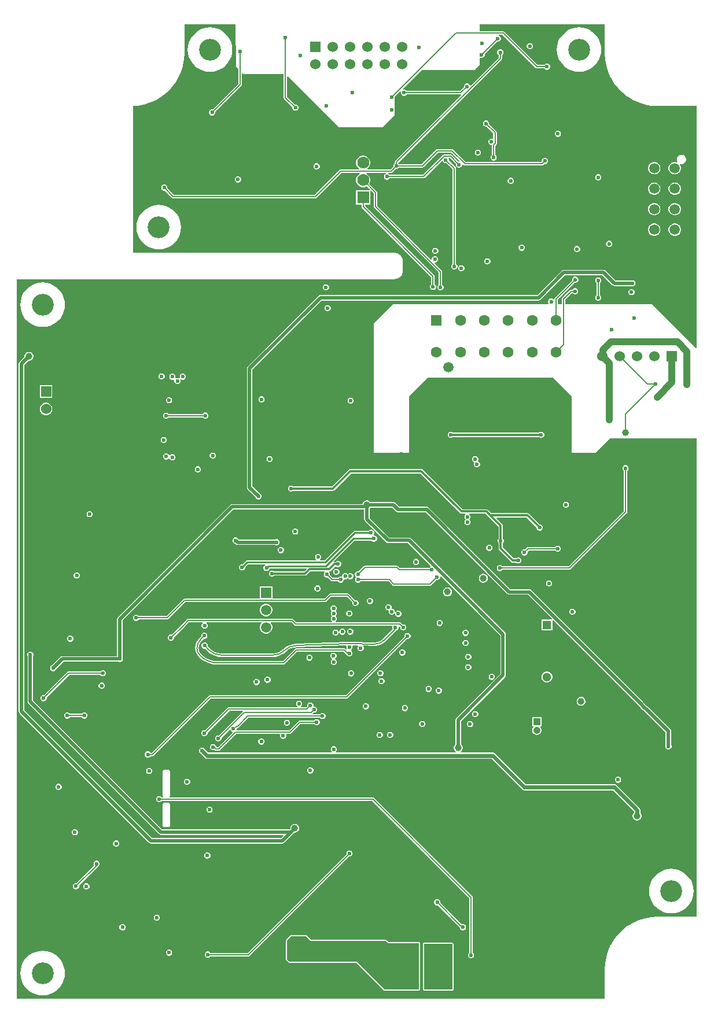
<source format=gbl>
G04*
G04 #@! TF.GenerationSoftware,Altium Limited,Altium Designer,23.1.1 (15)*
G04*
G04 Layer_Physical_Order=4*
G04 Layer_Color=16711680*
%FSLAX44Y44*%
%MOMM*%
G71*
G04*
G04 #@! TF.SameCoordinates,789140C7-5683-4E61-8DB6-192B0B8D3B33*
G04*
G04*
G04 #@! TF.FilePolarity,Positive*
G04*
G01*
G75*
%ADD10C,0.2500*%
%ADD12C,0.2000*%
%ADD16C,0.6000*%
%ADD125R,1.3000X1.3000*%
%ADD126C,1.3000*%
%ADD141C,0.5000*%
%ADD142C,0.3500*%
%ADD143C,1.0000*%
%ADD144C,0.3000*%
%ADD147R,1.0500X1.0500*%
%ADD148C,1.0500*%
%ADD149C,1.5000*%
%ADD150R,1.5300X1.5300*%
%ADD151C,1.5300*%
%ADD152R,1.5000X1.5000*%
%ADD153C,1.6000*%
%ADD154R,1.6000X1.6000*%
%ADD155C,1.7780*%
%ADD156R,1.7780X1.7780*%
%ADD157C,3.2000*%
%ADD158R,1.5300X1.5300*%
%ADD159C,0.6000*%
%ADD160C,1.0000*%
G36*
X862451Y1387000D02*
X862466Y1386923D01*
X862456Y1386846D01*
X863004Y1377806D01*
X863043Y1377656D01*
X863041Y1377500D01*
X864674Y1368592D01*
X864732Y1368448D01*
X864748Y1368294D01*
X867443Y1359648D01*
X867517Y1359511D01*
X867552Y1359360D01*
X871270Y1351101D01*
X871360Y1350975D01*
X871413Y1350829D01*
X876098Y1343079D01*
X876203Y1342964D01*
X876273Y1342825D01*
X881858Y1335697D01*
X881976Y1335595D01*
X882063Y1335466D01*
X888466Y1329062D01*
X888596Y1328976D01*
X888697Y1328858D01*
X895826Y1323273D01*
X895964Y1323203D01*
X896079Y1323098D01*
X903829Y1318412D01*
X903975Y1318360D01*
X904102Y1318269D01*
X912360Y1314552D01*
X912511Y1314517D01*
X912648Y1314443D01*
X921294Y1311748D01*
X921448Y1311731D01*
X921592Y1311674D01*
X930500Y1310041D01*
X930656Y1310043D01*
X930806Y1310004D01*
X939846Y1309456D01*
X939923Y1309466D01*
X940000Y1309451D01*
X997451D01*
X997451Y955208D01*
X996278Y954722D01*
X932000Y1019000D01*
X804549Y1019000D01*
Y1025498D01*
X814279Y1035228D01*
X815841D01*
X816674Y1034395D01*
X818328Y1033710D01*
X820118D01*
X821772Y1034395D01*
X823038Y1035661D01*
X823723Y1037315D01*
Y1039105D01*
X823038Y1040759D01*
X821772Y1042025D01*
X820118Y1042710D01*
X818328D01*
X816674Y1042025D01*
X815408Y1040759D01*
X815229Y1040326D01*
X813223D01*
X812247Y1040132D01*
X811421Y1039579D01*
X800198Y1028356D01*
X799645Y1027530D01*
X799451Y1026554D01*
Y1019000D01*
X793701D01*
Y1025619D01*
X818582Y1050500D01*
X818582Y1050500D01*
X820372D01*
X822026Y1051185D01*
X823292Y1052451D01*
X823977Y1054105D01*
Y1055895D01*
X823292Y1057549D01*
X822026Y1058815D01*
X820372Y1059500D01*
X818582D01*
X816928Y1058815D01*
X815662Y1057549D01*
X814977Y1055895D01*
Y1054105D01*
X814977Y1054105D01*
X789349Y1028477D01*
X788797Y1027650D01*
X788603Y1026675D01*
X787333Y1026154D01*
X786672Y1026815D01*
X785018Y1027500D01*
X783227D01*
X781573Y1026815D01*
X780308Y1025549D01*
X779623Y1023895D01*
Y1022105D01*
X780308Y1020451D01*
X780489Y1020270D01*
X779963Y1019000D01*
X552882Y1019000D01*
X525000Y991118D01*
X525000Y802000D01*
X576000D01*
Y885000D01*
X603000Y912000D01*
X787000D01*
X814000Y885000D01*
Y802000D01*
X849000D01*
X869750Y822750D01*
X997451D01*
X997451Y122549D01*
X940000D01*
X939923Y122534D01*
X939846Y122544D01*
X930806Y121996D01*
X930656Y121957D01*
X930500Y121959D01*
X921592Y120326D01*
X921448Y120268D01*
X921294Y120252D01*
X912648Y117557D01*
X912511Y117483D01*
X912360Y117448D01*
X904101Y113730D01*
X903975Y113640D01*
X903829Y113588D01*
X896079Y108902D01*
X895964Y108797D01*
X895826Y108727D01*
X888697Y103142D01*
X888595Y103024D01*
X888466Y102938D01*
X882062Y96534D01*
X881976Y96404D01*
X881858Y96303D01*
X876273Y89174D01*
X876203Y89036D01*
X876098Y88921D01*
X871412Y81171D01*
X871359Y81025D01*
X871269Y80899D01*
X867552Y72640D01*
X867517Y72489D01*
X867443Y72352D01*
X864748Y63706D01*
X864731Y63552D01*
X864674Y63407D01*
X863041Y54500D01*
X863043Y54344D01*
X863004Y54194D01*
X862456Y45154D01*
X862466Y45077D01*
X862451Y45000D01*
Y2549D01*
X2549Y2549D01*
X2549Y1055951D01*
X554600Y1055951D01*
X554742Y1055979D01*
X554886Y1055967D01*
X557111Y1056218D01*
X557384Y1056305D01*
X557667Y1056346D01*
X559781Y1057085D01*
X560027Y1057231D01*
X560295Y1057333D01*
X562190Y1058525D01*
X562398Y1058721D01*
X562636Y1058880D01*
X564220Y1060464D01*
X564379Y1060702D01*
X564575Y1060910D01*
X565767Y1062805D01*
X565869Y1063073D01*
X566014Y1063319D01*
X566754Y1065433D01*
X566794Y1065716D01*
X566881Y1065989D01*
X567133Y1068214D01*
X567121Y1068358D01*
X567149Y1068500D01*
Y1082000D01*
X567121Y1082142D01*
X567133Y1082286D01*
X566881Y1084511D01*
X566795Y1084784D01*
X566754Y1085067D01*
X566014Y1087180D01*
X565869Y1087427D01*
X565767Y1087694D01*
X564575Y1089590D01*
X564379Y1089798D01*
X564220Y1090036D01*
X562636Y1091619D01*
X562398Y1091779D01*
X562190Y1091975D01*
X560295Y1093167D01*
X560027Y1093269D01*
X559781Y1093414D01*
X557667Y1094154D01*
X557384Y1094194D01*
X557111Y1094281D01*
X554886Y1094533D01*
X554742Y1094521D01*
X554600Y1094549D01*
X172549Y1094549D01*
Y1309601D01*
X179194Y1310004D01*
X179344Y1310043D01*
X179500Y1310041D01*
X188407Y1311674D01*
X188552Y1311732D01*
X188706Y1311748D01*
X197352Y1314443D01*
X197489Y1314517D01*
X197640Y1314552D01*
X205898Y1318270D01*
X206025Y1318360D01*
X206171Y1318412D01*
X213921Y1323098D01*
X214036Y1323203D01*
X214174Y1323273D01*
X221303Y1328858D01*
X221405Y1328976D01*
X221534Y1329062D01*
X227938Y1335466D01*
X228024Y1335596D01*
X228142Y1335697D01*
X233727Y1342826D01*
X233797Y1342964D01*
X233902Y1343079D01*
X238587Y1350829D01*
X238640Y1350975D01*
X238731Y1351102D01*
X242448Y1359360D01*
X242483Y1359511D01*
X242557Y1359648D01*
X245252Y1368294D01*
X245268Y1368448D01*
X245326Y1368593D01*
X246959Y1377500D01*
X246957Y1377656D01*
X246996Y1377806D01*
X247544Y1386846D01*
X247534Y1386923D01*
X247549Y1387000D01*
Y1429451D01*
X322611D01*
X323000Y1367000D01*
X326451Y1363549D01*
Y1342056D01*
X288895Y1304500D01*
X288895Y1304500D01*
X287105D01*
X285451Y1303815D01*
X284185Y1302549D01*
X283500Y1300895D01*
Y1299105D01*
X284185Y1297451D01*
X285451Y1296185D01*
X287105Y1295500D01*
X288895D01*
X290549Y1296185D01*
X291815Y1297451D01*
X292500Y1299105D01*
Y1300895D01*
X292500Y1300895D01*
X330802Y1339198D01*
X331355Y1340025D01*
X331549Y1341000D01*
Y1356792D01*
X332722Y1357278D01*
X334000Y1356000D01*
X392828D01*
Y1321623D01*
X393022Y1320647D01*
X393575Y1319821D01*
X405500Y1307895D01*
X405500Y1307895D01*
Y1306105D01*
X406185Y1304451D01*
X407451Y1303185D01*
X409105Y1302500D01*
X410895D01*
X412549Y1303185D01*
X413815Y1304451D01*
X414500Y1306105D01*
Y1307895D01*
X413815Y1309549D01*
X412549Y1310815D01*
X410895Y1311500D01*
X409105D01*
X409105Y1311500D01*
X397926Y1322679D01*
Y1352415D01*
X399099Y1352901D01*
X474000Y1278000D01*
X537000D01*
X555000Y1296000D01*
Y1302572D01*
X555023Y1302628D01*
Y1304418D01*
X555000Y1304474D01*
Y1319898D01*
X555500Y1321105D01*
Y1322895D01*
X555500Y1322895D01*
X563491Y1330886D01*
X564567Y1330166D01*
X564423Y1329818D01*
Y1328028D01*
X565108Y1326374D01*
X566374Y1325108D01*
X568028Y1324423D01*
X569818D01*
X571472Y1325108D01*
X572738Y1326374D01*
X572738Y1326374D01*
X651751D01*
X652061Y1325968D01*
X652334Y1325161D01*
X556198Y1229024D01*
X555645Y1228197D01*
X555451Y1227222D01*
Y1225815D01*
X555451Y1225815D01*
X554185Y1224549D01*
X553500Y1222895D01*
Y1221105D01*
X553500Y1221105D01*
X548944Y1216549D01*
X515253D01*
X514913Y1217819D01*
X515378Y1218087D01*
X517312Y1220022D01*
X518680Y1222391D01*
X519388Y1225033D01*
Y1227769D01*
X518680Y1230412D01*
X517312Y1232781D01*
X515378Y1234715D01*
X513009Y1236083D01*
X510366Y1236791D01*
X507630D01*
X504988Y1236083D01*
X502619Y1234715D01*
X500684Y1232781D01*
X499316Y1230412D01*
X498608Y1227769D01*
Y1225033D01*
X499316Y1222391D01*
X500684Y1220022D01*
X502619Y1218087D01*
X503083Y1217819D01*
X502743Y1216549D01*
X476000D01*
X475025Y1216355D01*
X474198Y1215802D01*
X437944Y1179549D01*
X232056D01*
X222500Y1189105D01*
X222500Y1189105D01*
Y1190895D01*
X221815Y1192549D01*
X220549Y1193815D01*
X218895Y1194500D01*
X217105D01*
X215451Y1193815D01*
X214185Y1192549D01*
X213500Y1190895D01*
Y1189105D01*
X214185Y1187451D01*
X215451Y1186185D01*
X217105Y1185500D01*
X218895D01*
X218895Y1185500D01*
X229198Y1175198D01*
X230025Y1174645D01*
X231000Y1174451D01*
X439000D01*
X439976Y1174645D01*
X440802Y1175198D01*
X477056Y1211451D01*
X503778D01*
X504118Y1210181D01*
X502619Y1209315D01*
X500684Y1207381D01*
X499316Y1205012D01*
X498608Y1202369D01*
Y1199633D01*
X499316Y1196991D01*
X500684Y1194622D01*
X502619Y1192687D01*
X504988Y1191319D01*
X507630Y1190611D01*
X510366D01*
X513009Y1191319D01*
X514319Y1192076D01*
X519133Y1187261D01*
X518607Y1185991D01*
X518510Y1185991D01*
X518510Y1185991D01*
X518442Y1185991D01*
X498608D01*
Y1165211D01*
X506449D01*
Y1162322D01*
X506643Y1161346D01*
X507196Y1160519D01*
X608745Y1058971D01*
Y1048411D01*
X608745Y1048411D01*
X607479Y1047145D01*
X606794Y1045492D01*
Y1043701D01*
X607479Y1042047D01*
X608745Y1040782D01*
X610398Y1040097D01*
X612189D01*
X613843Y1040782D01*
X615108Y1042047D01*
X615794Y1043701D01*
Y1045492D01*
X615108Y1047145D01*
X613843Y1048411D01*
X613843Y1048411D01*
Y1060026D01*
X613648Y1061002D01*
X613096Y1061829D01*
X511547Y1163378D01*
Y1165211D01*
X519388D01*
X519388Y1185045D01*
Y1185113D01*
D01*
X519388Y1185210D01*
X519588Y1185293D01*
X520658Y1185737D01*
X524501Y1181894D01*
Y1162050D01*
X524695Y1161075D01*
X525248Y1160248D01*
X619751Y1065744D01*
Y1047755D01*
X619751Y1047755D01*
X618485Y1046489D01*
X617800Y1044835D01*
Y1043045D01*
X618485Y1041391D01*
X619751Y1040125D01*
X621405Y1039440D01*
X623195D01*
X624849Y1040125D01*
X626115Y1041391D01*
X626800Y1043045D01*
Y1044835D01*
X626115Y1046489D01*
X624849Y1047755D01*
X624849Y1047755D01*
Y1066800D01*
X624655Y1067775D01*
X624102Y1068602D01*
X613475Y1079230D01*
X614001Y1080500D01*
X614895D01*
X616549Y1081185D01*
X617815Y1082451D01*
X618500Y1084105D01*
Y1085895D01*
X617815Y1087549D01*
X616549Y1088815D01*
X614895Y1089500D01*
X613105D01*
X611451Y1088815D01*
X610185Y1087549D01*
X609500Y1085895D01*
Y1085001D01*
X608230Y1084475D01*
X529599Y1163106D01*
Y1182950D01*
X529405Y1183925D01*
X528852Y1184752D01*
X517924Y1195681D01*
X518680Y1196991D01*
X519388Y1199633D01*
Y1202369D01*
X518680Y1205012D01*
X517312Y1207381D01*
X515378Y1209315D01*
X513879Y1210181D01*
X514219Y1211451D01*
X542082D01*
X542335Y1210181D01*
X541451Y1209815D01*
X540185Y1208549D01*
X539500Y1206895D01*
Y1205105D01*
X540185Y1203451D01*
X541451Y1202185D01*
X543105Y1201500D01*
X544895D01*
X546549Y1202185D01*
X547815Y1203451D01*
X547815Y1203451D01*
X597722D01*
X598697Y1203645D01*
X599524Y1204198D01*
X624361Y1229035D01*
X625860Y1228737D01*
X626185Y1227951D01*
X627451Y1226685D01*
X629105Y1226000D01*
X630895D01*
X630895Y1226000D01*
X640071Y1216824D01*
Y1078235D01*
X640071Y1078235D01*
X638805Y1076969D01*
X638120Y1075315D01*
Y1073525D01*
X638805Y1071871D01*
X640071Y1070605D01*
X641725Y1069920D01*
X643515D01*
X645169Y1070605D01*
X646435Y1071871D01*
X647120Y1073525D01*
Y1075315D01*
X646435Y1076969D01*
X645169Y1078235D01*
X645169Y1078235D01*
Y1217880D01*
X644975Y1218855D01*
X644422Y1219682D01*
X634500Y1229605D01*
X634500Y1229605D01*
Y1231395D01*
X634212Y1232091D01*
X634881Y1233134D01*
X636174Y1233222D01*
X644944Y1224452D01*
X644944Y1224451D01*
Y1222661D01*
X645629Y1221007D01*
X646895Y1219742D01*
X648549Y1219056D01*
X650339D01*
X651993Y1219742D01*
X653259Y1221007D01*
X653944Y1222661D01*
Y1223656D01*
X655214Y1224182D01*
X656198Y1223198D01*
X657025Y1222645D01*
X658000Y1222451D01*
X770828D01*
X771804Y1222645D01*
X772631Y1223198D01*
X773984Y1224550D01*
X774105Y1224500D01*
X775895D01*
X777549Y1225185D01*
X778815Y1226451D01*
X779500Y1228105D01*
Y1229895D01*
X778815Y1231549D01*
X777549Y1232815D01*
X775895Y1233500D01*
X774105D01*
X772451Y1232815D01*
X771185Y1231549D01*
X770500Y1229895D01*
Y1228276D01*
X769773Y1227549D01*
X659056D01*
X640802Y1245802D01*
X639976Y1246355D01*
X639000Y1246549D01*
X618000D01*
X617024Y1246355D01*
X616198Y1245802D01*
X594944Y1224549D01*
X561815D01*
X561815Y1224549D01*
X560549Y1225815D01*
X561203Y1226820D01*
X711515Y1377132D01*
X712068Y1377959D01*
X712262Y1378935D01*
Y1384185D01*
X712262Y1384185D01*
X713528Y1385451D01*
X714213Y1387105D01*
Y1388895D01*
X713528Y1390549D01*
X712262Y1391815D01*
X710608Y1392500D01*
X708818D01*
X707164Y1391815D01*
X705898Y1390549D01*
X705213Y1388895D01*
Y1387105D01*
X705898Y1385451D01*
X707164Y1384185D01*
X707164Y1384185D01*
Y1379990D01*
X666638Y1339465D01*
X665140Y1339763D01*
X664815Y1340549D01*
X663549Y1341815D01*
X661895Y1342500D01*
X660105D01*
X658451Y1341815D01*
X657185Y1340549D01*
X656500Y1338895D01*
Y1337105D01*
X656500Y1337105D01*
X650867Y1331472D01*
X572738D01*
X572738Y1331472D01*
X571472Y1332738D01*
X569818Y1333423D01*
X568028D01*
X567679Y1333279D01*
X566960Y1334355D01*
X594605Y1362000D01*
X672000D01*
X679924Y1369924D01*
Y1379460D01*
X680980Y1380166D01*
X681539Y1379934D01*
X683329D01*
X684983Y1380619D01*
X686249Y1381885D01*
X686934Y1383539D01*
Y1385329D01*
X686934Y1385329D01*
X705105Y1403500D01*
X705105Y1403500D01*
X706895D01*
X708549Y1404185D01*
X709815Y1405451D01*
X710500Y1407105D01*
Y1408895D01*
X709815Y1410549D01*
X708549Y1411815D01*
X707665Y1412181D01*
X707918Y1413451D01*
X712944D01*
X761198Y1365198D01*
X762025Y1364645D01*
X763000Y1364451D01*
X774185D01*
X774185Y1364451D01*
X775451Y1363185D01*
X777105Y1362500D01*
X778895D01*
X780549Y1363185D01*
X781815Y1364451D01*
X782500Y1366105D01*
Y1367895D01*
X781815Y1369549D01*
X780549Y1370815D01*
X778895Y1371500D01*
X777105D01*
X775451Y1370815D01*
X774185Y1369549D01*
X774185Y1369549D01*
X764056D01*
X715802Y1417802D01*
X714976Y1418355D01*
X714000Y1418549D01*
X679924D01*
Y1429451D01*
X862451D01*
Y1387000D01*
D02*
G37*
G36*
X649829Y1229567D02*
X649357Y1228351D01*
X648370Y1228235D01*
X638802Y1237802D01*
X637976Y1238355D01*
X637000Y1238549D01*
X627722D01*
X626746Y1238355D01*
X625919Y1237802D01*
X596666Y1208549D01*
X547815D01*
X547815Y1208549D01*
X546549Y1209815D01*
X545665Y1210181D01*
X545918Y1211451D01*
X550000D01*
X550975Y1211645D01*
X551802Y1212198D01*
X557105Y1217500D01*
X557105Y1217500D01*
X558895D01*
X560549Y1218185D01*
X561815Y1219451D01*
X561815Y1219451D01*
X596000D01*
X596975Y1219645D01*
X597802Y1220198D01*
X619056Y1241451D01*
X637944D01*
X649829Y1229567D01*
D02*
G37*
%LPC*%
G36*
X753895Y1401500D02*
X752105D01*
X750451Y1400815D01*
X749185Y1399549D01*
X748500Y1397895D01*
Y1396105D01*
X749185Y1394451D01*
X750451Y1393185D01*
X752105Y1392500D01*
X753895D01*
X755549Y1393185D01*
X756815Y1394451D01*
X757500Y1396105D01*
Y1397895D01*
X756815Y1399549D01*
X755549Y1400815D01*
X753895Y1401500D01*
D02*
G37*
G36*
X285000Y1424601D02*
X279900Y1424199D01*
X274926Y1423005D01*
X270200Y1421047D01*
X265838Y1418374D01*
X261948Y1415052D01*
X258626Y1411162D01*
X255953Y1406800D01*
X253995Y1402074D01*
X252801Y1397100D01*
X252400Y1392000D01*
X252801Y1386900D01*
X253995Y1381926D01*
X255953Y1377200D01*
X258626Y1372838D01*
X261948Y1368948D01*
X265838Y1365626D01*
X270200Y1362953D01*
X274926Y1360995D01*
X279900Y1359801D01*
X285000Y1359400D01*
X290100Y1359801D01*
X295074Y1360995D01*
X299800Y1362953D01*
X304162Y1365626D01*
X308052Y1368948D01*
X311374Y1372838D01*
X314047Y1377200D01*
X316005Y1381926D01*
X317199Y1386900D01*
X317600Y1392000D01*
X317199Y1397100D01*
X316005Y1402074D01*
X314047Y1406800D01*
X311374Y1411162D01*
X308052Y1415052D01*
X304162Y1418374D01*
X299800Y1421047D01*
X295074Y1423005D01*
X290100Y1424199D01*
X285000Y1424601D01*
D02*
G37*
G36*
X825000Y1424600D02*
X819900Y1424199D01*
X814926Y1423005D01*
X810200Y1421047D01*
X805838Y1418374D01*
X801948Y1415052D01*
X798626Y1411162D01*
X795953Y1406800D01*
X793995Y1402074D01*
X792801Y1397100D01*
X792400Y1392000D01*
X792801Y1386900D01*
X793995Y1381926D01*
X795953Y1377200D01*
X798626Y1372838D01*
X801948Y1368948D01*
X805838Y1365625D01*
X810200Y1362953D01*
X814926Y1360995D01*
X819900Y1359801D01*
X825000Y1359399D01*
X830100Y1359801D01*
X835074Y1360995D01*
X839800Y1362953D01*
X844162Y1365625D01*
X848052Y1368948D01*
X851374Y1372838D01*
X854047Y1377200D01*
X856005Y1381926D01*
X857199Y1386900D01*
X857600Y1392000D01*
X857199Y1397100D01*
X856005Y1402074D01*
X854047Y1406800D01*
X851374Y1411162D01*
X848052Y1415052D01*
X844162Y1418374D01*
X839800Y1421047D01*
X835074Y1423005D01*
X830100Y1424199D01*
X825000Y1424600D01*
D02*
G37*
G36*
X794895Y1273235D02*
X793105D01*
X791451Y1272550D01*
X790185Y1271284D01*
X789500Y1269630D01*
Y1267840D01*
X790185Y1266186D01*
X791451Y1264920D01*
X793105Y1264235D01*
X794895D01*
X796549Y1264920D01*
X797815Y1266186D01*
X798500Y1267840D01*
Y1269630D01*
X797815Y1271284D01*
X796549Y1272550D01*
X794895Y1273235D01*
D02*
G37*
G36*
X689645Y1288250D02*
X687855D01*
X686201Y1287565D01*
X684935Y1286299D01*
X684250Y1284645D01*
Y1282855D01*
X684935Y1281201D01*
X686201Y1279935D01*
X687855Y1279250D01*
X689645D01*
X689645Y1279250D01*
X699451Y1269444D01*
Y1262023D01*
X698181Y1261174D01*
X697395Y1261500D01*
X695605D01*
X693951Y1260815D01*
X692685Y1259549D01*
X692000Y1257895D01*
Y1256105D01*
X692685Y1254451D01*
X693951Y1253185D01*
X695605Y1252500D01*
X697395D01*
X697451Y1252463D01*
Y1237815D01*
X697451Y1237815D01*
X696185Y1236549D01*
X695500Y1234895D01*
Y1233105D01*
X696185Y1231451D01*
X697451Y1230185D01*
X699105Y1229500D01*
X700895D01*
X702549Y1230185D01*
X703815Y1231451D01*
X704500Y1233105D01*
Y1234895D01*
X703815Y1236549D01*
X702549Y1237815D01*
X702549Y1237815D01*
Y1251666D01*
X703802Y1252919D01*
X704355Y1253746D01*
X704549Y1254722D01*
Y1270500D01*
X704355Y1271476D01*
X703802Y1272303D01*
X693250Y1282855D01*
X693250Y1282855D01*
Y1284645D01*
X692565Y1286299D01*
X691299Y1287565D01*
X689645Y1288250D01*
D02*
G37*
G36*
X677895Y1245713D02*
X676105D01*
X674451Y1245028D01*
X673185Y1243762D01*
X672500Y1242108D01*
Y1240318D01*
X673185Y1238664D01*
X674451Y1237398D01*
X676105Y1236713D01*
X677895D01*
X679549Y1237398D01*
X680815Y1238664D01*
X681500Y1240318D01*
Y1242108D01*
X680815Y1243762D01*
X679549Y1245028D01*
X677895Y1245713D01*
D02*
G37*
G36*
X975649Y1238030D02*
X973871D01*
X972155Y1237570D01*
X970615Y1236681D01*
X969359Y1235425D01*
X968470Y1233885D01*
X968010Y1232169D01*
Y1230391D01*
X968470Y1228675D01*
X968840Y1228034D01*
X967977Y1226989D01*
X966145Y1227480D01*
X963775D01*
X961486Y1226867D01*
X959434Y1225682D01*
X957758Y1224006D01*
X956573Y1221954D01*
X955960Y1219665D01*
Y1217295D01*
X956573Y1215006D01*
X957758Y1212954D01*
X959434Y1211278D01*
X961486Y1210093D01*
X963775Y1209480D01*
X966145D01*
X968434Y1210093D01*
X970486Y1211278D01*
X972162Y1212954D01*
X973347Y1215006D01*
X973960Y1217295D01*
Y1219665D01*
X973347Y1221954D01*
X972389Y1223612D01*
X973157Y1224721D01*
X973871Y1224530D01*
X975649D01*
X977365Y1224990D01*
X978905Y1225879D01*
X980161Y1227135D01*
X981050Y1228675D01*
X981510Y1230391D01*
Y1232169D01*
X981050Y1233885D01*
X980161Y1235425D01*
X978905Y1236681D01*
X977365Y1237570D01*
X975649Y1238030D01*
D02*
G37*
G36*
X441895Y1225500D02*
X440105D01*
X438451Y1224815D01*
X437185Y1223549D01*
X436500Y1221895D01*
Y1220105D01*
X437185Y1218451D01*
X438451Y1217185D01*
X440105Y1216500D01*
X441895D01*
X443549Y1217185D01*
X444815Y1218451D01*
X445500Y1220105D01*
Y1221895D01*
X444815Y1223549D01*
X443549Y1224815D01*
X441895Y1225500D01*
D02*
G37*
G36*
X936145Y1227480D02*
X933775D01*
X931486Y1226867D01*
X929434Y1225682D01*
X927758Y1224006D01*
X926573Y1221954D01*
X925960Y1219665D01*
Y1217295D01*
X926573Y1215006D01*
X927758Y1212954D01*
X929434Y1211278D01*
X931486Y1210093D01*
X933775Y1209480D01*
X936145D01*
X938434Y1210093D01*
X940486Y1211278D01*
X942162Y1212954D01*
X943347Y1215006D01*
X943960Y1217295D01*
Y1219665D01*
X943347Y1221954D01*
X942162Y1224006D01*
X940486Y1225682D01*
X938434Y1226867D01*
X936145Y1227480D01*
D02*
G37*
G36*
X853895Y1209500D02*
X852105D01*
X850451Y1208815D01*
X849185Y1207549D01*
X848500Y1205895D01*
Y1204105D01*
X849185Y1202451D01*
X850451Y1201185D01*
X852105Y1200500D01*
X853895D01*
X855549Y1201185D01*
X856815Y1202451D01*
X857500Y1204105D01*
Y1205895D01*
X856815Y1207549D01*
X855549Y1208815D01*
X853895Y1209500D01*
D02*
G37*
G36*
X326895Y1206500D02*
X325105D01*
X323451Y1205815D01*
X322185Y1204549D01*
X321500Y1202895D01*
Y1201105D01*
X322185Y1199451D01*
X323451Y1198185D01*
X325105Y1197500D01*
X326895D01*
X328549Y1198185D01*
X329815Y1199451D01*
X330500Y1201105D01*
Y1202895D01*
X329815Y1204549D01*
X328549Y1205815D01*
X326895Y1206500D01*
D02*
G37*
G36*
X725895Y1204500D02*
X724105D01*
X722451Y1203815D01*
X721185Y1202549D01*
X720500Y1200895D01*
Y1199105D01*
X721185Y1197451D01*
X722451Y1196185D01*
X724105Y1195500D01*
X725895D01*
X727549Y1196185D01*
X728815Y1197451D01*
X729500Y1199105D01*
Y1200895D01*
X728815Y1202549D01*
X727549Y1203815D01*
X725895Y1204500D01*
D02*
G37*
G36*
X966145Y1197480D02*
X963775D01*
X961486Y1196867D01*
X959434Y1195682D01*
X957758Y1194006D01*
X956573Y1191954D01*
X955960Y1189665D01*
Y1187295D01*
X956573Y1185006D01*
X957758Y1182954D01*
X959434Y1181278D01*
X961486Y1180093D01*
X963775Y1179480D01*
X966145D01*
X968434Y1180093D01*
X970486Y1181278D01*
X972162Y1182954D01*
X973347Y1185006D01*
X973960Y1187295D01*
Y1189665D01*
X973347Y1191954D01*
X972162Y1194006D01*
X970486Y1195682D01*
X968434Y1196867D01*
X966145Y1197480D01*
D02*
G37*
G36*
X936145D02*
X933775D01*
X931486Y1196867D01*
X929434Y1195682D01*
X927758Y1194006D01*
X926573Y1191954D01*
X925960Y1189665D01*
Y1187295D01*
X926573Y1185006D01*
X927758Y1182954D01*
X929434Y1181278D01*
X931486Y1180093D01*
X933775Y1179480D01*
X936145D01*
X938434Y1180093D01*
X940486Y1181278D01*
X942162Y1182954D01*
X943347Y1185006D01*
X943960Y1187295D01*
Y1189665D01*
X943347Y1191954D01*
X942162Y1194006D01*
X940486Y1195682D01*
X938434Y1196867D01*
X936145Y1197480D01*
D02*
G37*
G36*
X966145Y1167480D02*
X963775D01*
X961486Y1166867D01*
X959434Y1165682D01*
X957758Y1164006D01*
X956573Y1161954D01*
X955960Y1159665D01*
Y1157295D01*
X956573Y1155006D01*
X957758Y1152954D01*
X959434Y1151278D01*
X961486Y1150093D01*
X963775Y1149480D01*
X966145D01*
X968434Y1150093D01*
X970486Y1151278D01*
X972162Y1152954D01*
X973347Y1155006D01*
X973960Y1157295D01*
Y1159665D01*
X973347Y1161954D01*
X972162Y1164006D01*
X970486Y1165682D01*
X968434Y1166867D01*
X966145Y1167480D01*
D02*
G37*
G36*
X936145D02*
X933775D01*
X931486Y1166867D01*
X929434Y1165682D01*
X927758Y1164006D01*
X926573Y1161954D01*
X925960Y1159665D01*
Y1157295D01*
X926573Y1155006D01*
X927758Y1152954D01*
X929434Y1151278D01*
X931486Y1150093D01*
X933775Y1149480D01*
X936145D01*
X938434Y1150093D01*
X940486Y1151278D01*
X942162Y1152954D01*
X943347Y1155006D01*
X943960Y1157295D01*
Y1159665D01*
X943347Y1161954D01*
X942162Y1164006D01*
X940486Y1165682D01*
X938434Y1166867D01*
X936145Y1167480D01*
D02*
G37*
G36*
X966145Y1137480D02*
X963775D01*
X961486Y1136867D01*
X959434Y1135682D01*
X957758Y1134006D01*
X956573Y1131954D01*
X955960Y1129665D01*
Y1127295D01*
X956573Y1125006D01*
X957758Y1122954D01*
X959434Y1121278D01*
X961486Y1120093D01*
X963775Y1119480D01*
X966145D01*
X968434Y1120093D01*
X970486Y1121278D01*
X972162Y1122954D01*
X973347Y1125006D01*
X973960Y1127295D01*
Y1129665D01*
X973347Y1131954D01*
X972162Y1134006D01*
X970486Y1135682D01*
X968434Y1136867D01*
X966145Y1137480D01*
D02*
G37*
G36*
X936145D02*
X933775D01*
X931486Y1136867D01*
X929434Y1135682D01*
X927758Y1134006D01*
X926573Y1131954D01*
X925960Y1129665D01*
Y1127295D01*
X926573Y1125006D01*
X927758Y1122954D01*
X929434Y1121278D01*
X931486Y1120093D01*
X933775Y1119480D01*
X936145D01*
X938434Y1120093D01*
X940486Y1121278D01*
X942162Y1122954D01*
X943347Y1125006D01*
X943960Y1127295D01*
Y1129665D01*
X943347Y1131954D01*
X942162Y1134006D01*
X940486Y1135682D01*
X938434Y1136867D01*
X936145Y1137480D01*
D02*
G37*
G36*
X869895Y1112170D02*
X868105D01*
X866451Y1111485D01*
X865185Y1110219D01*
X864500Y1108565D01*
Y1106775D01*
X865185Y1105121D01*
X866451Y1103855D01*
X868105Y1103170D01*
X869895D01*
X871549Y1103855D01*
X872815Y1105121D01*
X873500Y1106775D01*
Y1108565D01*
X872815Y1110219D01*
X871549Y1111485D01*
X869895Y1112170D01*
D02*
G37*
G36*
X210000Y1164601D02*
X204900Y1164199D01*
X199926Y1163005D01*
X195200Y1161047D01*
X190838Y1158374D01*
X186948Y1155052D01*
X183626Y1151162D01*
X180953Y1146800D01*
X178995Y1142074D01*
X177801Y1137100D01*
X177399Y1132000D01*
X177801Y1126900D01*
X178995Y1121926D01*
X180953Y1117200D01*
X183626Y1112838D01*
X186948Y1108948D01*
X190838Y1105626D01*
X195200Y1102953D01*
X199926Y1100995D01*
X204900Y1099801D01*
X210000Y1099399D01*
X215100Y1099801D01*
X220074Y1100995D01*
X224800Y1102953D01*
X229162Y1105626D01*
X233052Y1108948D01*
X236374Y1112838D01*
X239047Y1117200D01*
X241005Y1121926D01*
X242199Y1126900D01*
X242600Y1132000D01*
X242199Y1137100D01*
X241005Y1142074D01*
X239047Y1146800D01*
X236374Y1151162D01*
X233052Y1155052D01*
X229162Y1158374D01*
X224800Y1161047D01*
X220074Y1163005D01*
X215100Y1164199D01*
X210000Y1164601D01*
D02*
G37*
G36*
X741895Y1106500D02*
X740105D01*
X738451Y1105815D01*
X737185Y1104549D01*
X736500Y1102895D01*
Y1101105D01*
X737185Y1099451D01*
X738451Y1098185D01*
X740105Y1097500D01*
X741895D01*
X743549Y1098185D01*
X744815Y1099451D01*
X745500Y1101105D01*
Y1102895D01*
X744815Y1104549D01*
X743549Y1105815D01*
X741895Y1106500D01*
D02*
G37*
G36*
X822895Y1104500D02*
X821105D01*
X819451Y1103815D01*
X818185Y1102549D01*
X817500Y1100895D01*
Y1099105D01*
X818185Y1097451D01*
X819451Y1096185D01*
X821105Y1095500D01*
X822895D01*
X824549Y1096185D01*
X825815Y1097451D01*
X826500Y1099105D01*
Y1100895D01*
X825815Y1102549D01*
X824549Y1103815D01*
X822895Y1104500D01*
D02*
G37*
G36*
X615575Y1101780D02*
X613785D01*
X612131Y1101095D01*
X610865Y1099829D01*
X610180Y1098175D01*
Y1096385D01*
X610865Y1094731D01*
X612131Y1093465D01*
X613785Y1092780D01*
X615575D01*
X617229Y1093465D01*
X618495Y1094731D01*
X619180Y1096385D01*
Y1098175D01*
X618495Y1099829D01*
X617229Y1101095D01*
X615575Y1101780D01*
D02*
G37*
G36*
X691775Y1086540D02*
X689985D01*
X688331Y1085855D01*
X687065Y1084589D01*
X686380Y1082935D01*
Y1081145D01*
X687065Y1079491D01*
X688331Y1078225D01*
X689985Y1077540D01*
X691775D01*
X693429Y1078225D01*
X694695Y1079491D01*
X695380Y1081145D01*
Y1082935D01*
X694695Y1084589D01*
X693429Y1085855D01*
X691775Y1086540D01*
D02*
G37*
G36*
X861060Y1069608D02*
X861060Y1069608D01*
X802640D01*
X802640Y1069608D01*
X801079Y1069298D01*
X799756Y1068414D01*
X799756Y1068414D01*
X764121Y1032778D01*
X446700D01*
X445139Y1032468D01*
X443816Y1031584D01*
X443816Y1031584D01*
X340116Y927884D01*
X339232Y926561D01*
X338922Y925000D01*
X338922Y925000D01*
Y751000D01*
X338922Y751000D01*
X339232Y749439D01*
X340116Y748116D01*
X351763Y736469D01*
X352185Y735451D01*
X353451Y734185D01*
X355105Y733500D01*
X356895D01*
X358549Y734185D01*
X359815Y735451D01*
X360500Y737105D01*
Y738895D01*
X359815Y740549D01*
X358549Y741815D01*
X357531Y742236D01*
X347078Y752689D01*
Y923311D01*
X448389Y1024622D01*
X765810D01*
X765810Y1024622D01*
X767371Y1024932D01*
X768694Y1025816D01*
X804329Y1061452D01*
X859371D01*
X873829Y1046993D01*
X873829Y1046993D01*
X875152Y1046109D01*
X876713Y1045799D01*
X901210D01*
X902228Y1045377D01*
X904018D01*
X905672Y1046062D01*
X906938Y1047328D01*
X907623Y1048982D01*
Y1050772D01*
X906938Y1052426D01*
X905672Y1053692D01*
X904018Y1054377D01*
X902228D01*
X901210Y1053955D01*
X878402D01*
X863944Y1068414D01*
X862621Y1069298D01*
X862362Y1069349D01*
X861060Y1069608D01*
D02*
G37*
G36*
X653675Y1076380D02*
X651885D01*
X650231Y1075695D01*
X648965Y1074429D01*
X648280Y1072775D01*
Y1070985D01*
X648965Y1069331D01*
X650231Y1068065D01*
X651885Y1067380D01*
X653675D01*
X655329Y1068065D01*
X656595Y1069331D01*
X657280Y1070985D01*
Y1072775D01*
X656595Y1074429D01*
X655329Y1075695D01*
X653675Y1076380D01*
D02*
G37*
G36*
X455555Y1048440D02*
X453765D01*
X452111Y1047755D01*
X450845Y1046489D01*
X450160Y1044835D01*
Y1043045D01*
X450845Y1041391D01*
X452111Y1040125D01*
X453765Y1039440D01*
X455555D01*
X457209Y1040125D01*
X458475Y1041391D01*
X459160Y1043045D01*
Y1044835D01*
X458475Y1046489D01*
X457209Y1047755D01*
X455555Y1048440D01*
D02*
G37*
G36*
X902481Y1041500D02*
X900691D01*
X899037Y1040815D01*
X897771Y1039549D01*
X897086Y1037895D01*
Y1036105D01*
X897771Y1034451D01*
X899037Y1033185D01*
X900691Y1032500D01*
X902481D01*
X904135Y1033185D01*
X905401Y1034451D01*
X906086Y1036105D01*
Y1037895D01*
X905401Y1039549D01*
X904135Y1040815D01*
X902481Y1041500D01*
D02*
G37*
G36*
X853895Y1058500D02*
X852105D01*
X850451Y1057815D01*
X849185Y1056549D01*
X848500Y1054895D01*
Y1053105D01*
X849185Y1051451D01*
X850451Y1050185D01*
X850451Y1050185D01*
Y1032815D01*
X850451Y1032815D01*
X849185Y1031549D01*
X848500Y1029895D01*
Y1028105D01*
X849185Y1026451D01*
X850451Y1025185D01*
X852105Y1024500D01*
X853895D01*
X855549Y1025185D01*
X856815Y1026451D01*
X857500Y1028105D01*
Y1029895D01*
X856815Y1031549D01*
X855549Y1032815D01*
X855549Y1032815D01*
Y1050185D01*
X855549Y1050185D01*
X856815Y1051451D01*
X857500Y1053105D01*
Y1054895D01*
X856815Y1056549D01*
X855549Y1057815D01*
X853895Y1058500D01*
D02*
G37*
G36*
X458095Y1017960D02*
X456305D01*
X454651Y1017275D01*
X453385Y1016009D01*
X452700Y1014355D01*
Y1012565D01*
X453385Y1010911D01*
X454651Y1009645D01*
X456305Y1008960D01*
X458095D01*
X459749Y1009645D01*
X461015Y1010911D01*
X461700Y1012565D01*
Y1014355D01*
X461015Y1016009D01*
X459749Y1017275D01*
X458095Y1017960D01*
D02*
G37*
G36*
X40000Y1051100D02*
X34900Y1050699D01*
X29926Y1049505D01*
X25200Y1047547D01*
X20838Y1044874D01*
X16948Y1041552D01*
X13626Y1037662D01*
X10953Y1033300D01*
X8995Y1028574D01*
X7801Y1023600D01*
X7399Y1018500D01*
X7801Y1013400D01*
X8995Y1008426D01*
X10953Y1003700D01*
X13626Y999338D01*
X16948Y995448D01*
X20838Y992126D01*
X25200Y989453D01*
X29926Y987495D01*
X34900Y986301D01*
X40000Y985900D01*
X45100Y986301D01*
X50074Y987495D01*
X54800Y989453D01*
X59162Y992126D01*
X63052Y995448D01*
X66374Y999338D01*
X69047Y1003700D01*
X71005Y1008426D01*
X72199Y1013400D01*
X72600Y1018500D01*
X72199Y1023600D01*
X71005Y1028574D01*
X69047Y1033300D01*
X66374Y1037662D01*
X63052Y1041552D01*
X59162Y1044874D01*
X54800Y1047547D01*
X50074Y1049505D01*
X45100Y1050699D01*
X40000Y1051100D01*
D02*
G37*
G36*
X246005Y917630D02*
X244215D01*
X242561Y916945D01*
X241295Y915679D01*
X240610Y914025D01*
Y912235D01*
X241098Y911058D01*
X240021Y910338D01*
X239764Y910595D01*
X238110Y911280D01*
X236320D01*
X235148Y910795D01*
X234174Y911762D01*
X234370Y912235D01*
Y914025D01*
X233685Y915679D01*
X232419Y916945D01*
X230765Y917630D01*
X228975D01*
X227321Y916945D01*
X226055Y915679D01*
X225370Y914025D01*
Y912235D01*
X226055Y910581D01*
X227321Y909315D01*
X228975Y908630D01*
X230765D01*
X231937Y909116D01*
X232911Y908148D01*
X232715Y907675D01*
Y905885D01*
X233400Y904231D01*
X234666Y902965D01*
X236320Y902280D01*
X238110D01*
X239764Y902965D01*
X241030Y904231D01*
X241715Y905885D01*
Y907675D01*
X241227Y908852D01*
X242304Y909572D01*
X242561Y909315D01*
X244215Y908630D01*
X246005D01*
X247659Y909315D01*
X248925Y910581D01*
X249610Y912235D01*
Y914025D01*
X248925Y915679D01*
X247659Y916945D01*
X246005Y917630D01*
D02*
G37*
G36*
X215110Y918045D02*
X213320D01*
X211666Y917360D01*
X210400Y916094D01*
X209715Y914440D01*
Y912650D01*
X210400Y910996D01*
X211666Y909730D01*
X213320Y909045D01*
X215110D01*
X216764Y909730D01*
X218030Y910996D01*
X218715Y912650D01*
Y914440D01*
X218030Y916094D01*
X216764Y917360D01*
X215110Y918045D01*
D02*
G37*
G36*
X54149Y900347D02*
X35849D01*
Y882047D01*
X54149D01*
Y900347D01*
D02*
G37*
G36*
X361370Y884404D02*
X359579D01*
X357925Y883719D01*
X356660Y882454D01*
X355974Y880799D01*
Y879009D01*
X356660Y877355D01*
X357925Y876089D01*
X359579Y875404D01*
X361370D01*
X363023Y876089D01*
X364289Y877355D01*
X364974Y879009D01*
Y880799D01*
X364289Y882454D01*
X363023Y883719D01*
X361370Y884404D01*
D02*
G37*
G36*
X225924Y883101D02*
X224134D01*
X222480Y882415D01*
X221215Y881150D01*
X220529Y879496D01*
Y877706D01*
X221215Y876051D01*
X222480Y874786D01*
X224134Y874101D01*
X225924D01*
X227579Y874786D01*
X228844Y876051D01*
X229529Y877706D01*
Y879496D01*
X228844Y881150D01*
X227579Y882415D01*
X225924Y883101D01*
D02*
G37*
G36*
X491495Y882450D02*
X489705D01*
X488051Y881765D01*
X486785Y880499D01*
X486100Y878845D01*
Y877055D01*
X486785Y875401D01*
X488051Y874135D01*
X489705Y873450D01*
X491495D01*
X493149Y874135D01*
X494415Y875401D01*
X495100Y877055D01*
Y878845D01*
X494415Y880499D01*
X493149Y881765D01*
X491495Y882450D01*
D02*
G37*
G36*
X279104Y860559D02*
X277314D01*
X275660Y859874D01*
X274394Y858608D01*
X274378Y858568D01*
X224755D01*
X223529Y859795D01*
X221875Y860480D01*
X220085D01*
X218431Y859795D01*
X217165Y858529D01*
X216480Y856875D01*
Y855085D01*
X217165Y853431D01*
X218431Y852165D01*
X220085Y851480D01*
X221875D01*
X223529Y852165D01*
X224795Y853431D01*
X224811Y853471D01*
X274434D01*
X275660Y852244D01*
X277314Y851559D01*
X279104D01*
X280758Y852244D01*
X282024Y853510D01*
X282709Y855164D01*
Y856954D01*
X282024Y858608D01*
X280758Y859874D01*
X279104Y860559D01*
D02*
G37*
G36*
X46203Y874947D02*
X43794D01*
X41467Y874324D01*
X39381Y873119D01*
X37677Y871416D01*
X36472Y869329D01*
X35849Y867002D01*
Y864593D01*
X36472Y862266D01*
X37677Y860179D01*
X39381Y858475D01*
X41467Y857271D01*
X43794Y856647D01*
X46203D01*
X48531Y857271D01*
X50617Y858475D01*
X52321Y860179D01*
X53525Y862266D01*
X54149Y864593D01*
Y867002D01*
X53525Y869329D01*
X52321Y871416D01*
X50617Y873119D01*
X48531Y874324D01*
X46203Y874947D01*
D02*
G37*
G36*
X770515Y832540D02*
X768725D01*
X767071Y831855D01*
X766570Y831354D01*
X640590D01*
X640089Y831855D01*
X638435Y832540D01*
X636645D01*
X634991Y831855D01*
X633725Y830589D01*
X633040Y828935D01*
Y827145D01*
X633725Y825491D01*
X634991Y824225D01*
X636645Y823540D01*
X638435D01*
X640089Y824225D01*
X640590Y824726D01*
X766570D01*
X767071Y824225D01*
X768725Y823540D01*
X770515D01*
X772169Y824225D01*
X773435Y825491D01*
X774120Y827145D01*
Y828935D01*
X773435Y830589D01*
X772169Y831855D01*
X770515Y832540D01*
D02*
G37*
G36*
X218065Y824920D02*
X216275D01*
X214621Y824235D01*
X213355Y822969D01*
X212670Y821315D01*
Y819525D01*
X213355Y817871D01*
X214621Y816605D01*
X216275Y815920D01*
X218065D01*
X219719Y816605D01*
X220985Y817871D01*
X221670Y819525D01*
Y821315D01*
X220985Y822969D01*
X219719Y824235D01*
X218065Y824920D01*
D02*
G37*
G36*
X289895Y802060D02*
X288105D01*
X286451Y801375D01*
X285185Y800109D01*
X284500Y798455D01*
Y796665D01*
X285185Y795011D01*
X286451Y793745D01*
X288105Y793060D01*
X289895D01*
X291549Y793745D01*
X292815Y795011D01*
X293500Y796665D01*
Y798455D01*
X292815Y800109D01*
X291549Y801375D01*
X289895Y802060D01*
D02*
G37*
G36*
X221875Y800790D02*
X220085D01*
X218431Y800105D01*
X217165Y798839D01*
X216480Y797185D01*
Y795395D01*
X217165Y793741D01*
X218431Y792475D01*
X220085Y791790D01*
X221875D01*
X223529Y792475D01*
X224416Y793362D01*
X225743Y793232D01*
X225874Y793161D01*
X226055Y792725D01*
X227321Y791459D01*
X228975Y790774D01*
X230765D01*
X232419Y791459D01*
X233685Y792725D01*
X234370Y794379D01*
Y796169D01*
X233685Y797823D01*
X232419Y799089D01*
X230765Y799774D01*
X228975D01*
X227321Y799089D01*
X226434Y798202D01*
X225107Y798332D01*
X224976Y798403D01*
X224795Y798839D01*
X223529Y800105D01*
X221875Y800790D01*
D02*
G37*
G36*
X373005Y796980D02*
X371215D01*
X369561Y796295D01*
X368295Y795029D01*
X367610Y793375D01*
Y791585D01*
X368295Y789931D01*
X369561Y788665D01*
X371215Y787980D01*
X373005D01*
X374659Y788665D01*
X375925Y789931D01*
X376610Y791585D01*
Y793375D01*
X375925Y795029D01*
X374659Y796295D01*
X373005Y796980D01*
D02*
G37*
G36*
X673995D02*
X672205D01*
X670551Y796295D01*
X669285Y795029D01*
X668600Y793375D01*
Y791585D01*
X669285Y789931D01*
X670551Y788665D01*
X671070Y788450D01*
X671825Y787409D01*
X671140Y785755D01*
Y783965D01*
X671825Y782311D01*
X673091Y781045D01*
X674745Y780360D01*
X676535D01*
X678189Y781045D01*
X679455Y782311D01*
X680140Y783965D01*
Y785755D01*
X679455Y787409D01*
X678189Y788675D01*
X677670Y788890D01*
X676915Y789931D01*
X677600Y791585D01*
Y793375D01*
X676915Y795029D01*
X675649Y796295D01*
X673995Y796980D01*
D02*
G37*
G36*
X268103Y781994D02*
X266313D01*
X264659Y781309D01*
X263393Y780043D01*
X262708Y778389D01*
Y776599D01*
X263393Y774945D01*
X264659Y773679D01*
X266313Y772994D01*
X268103D01*
X269757Y773679D01*
X271023Y774945D01*
X271708Y776599D01*
Y778389D01*
X271023Y780043D01*
X269757Y781309D01*
X268103Y781994D01*
D02*
G37*
G36*
X515356Y732000D02*
X513644D01*
X511991Y731557D01*
X510509Y730701D01*
X509299Y729491D01*
X508443Y728009D01*
X508094Y726708D01*
X317500D01*
X317500Y726708D01*
X315939Y726398D01*
X314616Y725514D01*
X314616Y725514D01*
X150116Y561014D01*
X149232Y559691D01*
X148922Y558130D01*
X148922Y558130D01*
Y504078D01*
X69000D01*
X67439Y503768D01*
X66116Y502884D01*
X66116Y502884D01*
X53969Y490737D01*
X52951Y490315D01*
X51685Y489049D01*
X51000Y487395D01*
Y485605D01*
X51685Y483951D01*
X52951Y482685D01*
X54605Y482000D01*
X56395D01*
X58049Y482685D01*
X59315Y483951D01*
X59736Y484969D01*
X70689Y495922D01*
X151087D01*
X152105Y495500D01*
X153895D01*
X155549Y496185D01*
X156815Y497451D01*
X157500Y499105D01*
Y500895D01*
X157078Y501913D01*
Y556441D01*
X319189Y718552D01*
X510277D01*
X510277Y718552D01*
X510422Y718433D01*
Y704700D01*
X510422Y704700D01*
X510732Y703139D01*
X511616Y701816D01*
X542816Y670616D01*
X542816Y670616D01*
X544139Y669732D01*
X545700Y669422D01*
X574491D01*
X607855Y636058D01*
X607557Y634560D01*
X606800Y634246D01*
X605534Y632980D01*
X605534Y632980D01*
X562744D01*
X560191Y635532D01*
X559365Y636085D01*
X558389Y636279D01*
X511556D01*
X510581Y636085D01*
X509754Y635532D01*
X502291Y628070D01*
X502291Y628070D01*
X500501D01*
X498847Y627385D01*
X497581Y626119D01*
X496896Y624465D01*
Y622675D01*
X497581Y621021D01*
X498847Y619755D01*
X498914Y619420D01*
X497914Y618420D01*
X497229Y616766D01*
Y614976D01*
X497914Y613322D01*
X499180Y612056D01*
X500834Y611371D01*
X502624D01*
X504278Y612056D01*
X505544Y613322D01*
X505544Y613322D01*
X546393D01*
X551918Y607798D01*
X552744Y607245D01*
X553720Y607051D01*
X606806D01*
X607781Y607245D01*
X608608Y607798D01*
X616325Y615514D01*
X616325Y615514D01*
X618115D01*
X619769Y616199D01*
X621035Y617465D01*
X621720Y619119D01*
Y620396D01*
X622981Y620932D01*
X709662Y534251D01*
Y477939D01*
X645316Y413594D01*
X644432Y412271D01*
X644122Y410710D01*
X644122Y410710D01*
Y374794D01*
X642999Y373671D01*
X642143Y372189D01*
X641700Y370536D01*
Y368824D01*
X642143Y367171D01*
X642999Y365689D01*
X644209Y364479D01*
X645041Y363998D01*
X644701Y362728D01*
X469161D01*
X468865Y363374D01*
X468772Y363998D01*
X469905Y365131D01*
X470590Y366785D01*
Y368575D01*
X469905Y370229D01*
X468639Y371495D01*
X466985Y372180D01*
X465195D01*
X463541Y371495D01*
X462275Y370229D01*
X461590Y368575D01*
Y366785D01*
X462275Y365131D01*
X463408Y363998D01*
X463315Y363374D01*
X463018Y362728D01*
X282824D01*
X276802Y368750D01*
X276427Y369001D01*
X276107Y369321D01*
X275690Y369494D01*
X275314Y369745D01*
X274870Y369833D01*
X274453Y370006D01*
X274001D01*
X273558Y370094D01*
X273115Y370006D01*
X272663D01*
X272246Y369833D01*
X271802Y369745D01*
X271426Y369494D01*
X271009Y369321D01*
X270690Y369001D01*
X270314Y368750D01*
X270063Y368374D01*
X269743Y368055D01*
X269570Y367638D01*
X269319Y367262D01*
X269231Y366819D01*
X269058Y366401D01*
Y365949D01*
X268970Y365506D01*
X269058Y365063D01*
Y364611D01*
X269231Y364193D01*
X269319Y363750D01*
X269570Y363374D01*
X269743Y362957D01*
X270063Y362637D01*
X270314Y362262D01*
X277680Y354896D01*
X279168Y353901D01*
X280924Y353552D01*
X696960D01*
X741756Y308756D01*
X743244Y307761D01*
X745000Y307412D01*
X874819D01*
X905412Y276819D01*
Y274604D01*
X904799Y273991D01*
X903943Y272509D01*
X903500Y270856D01*
Y269144D01*
X903943Y267491D01*
X904799Y266009D01*
X906009Y264799D01*
X907491Y263943D01*
X909144Y263500D01*
X910856D01*
X912509Y263943D01*
X913991Y264799D01*
X915201Y266009D01*
X916057Y267491D01*
X916500Y269144D01*
Y270856D01*
X916057Y272509D01*
X915201Y273991D01*
X914588Y274604D01*
Y278720D01*
X914239Y280476D01*
X913244Y281964D01*
X879964Y315244D01*
X878476Y316239D01*
X876720Y316588D01*
X746900D01*
X702104Y361384D01*
X700616Y362379D01*
X698860Y362728D01*
X651699D01*
X651359Y363998D01*
X652191Y364479D01*
X653401Y365689D01*
X654257Y367171D01*
X654700Y368824D01*
Y370536D01*
X654257Y372189D01*
X653401Y373671D01*
X652278Y374794D01*
Y409021D01*
X716624Y473366D01*
X716624Y473366D01*
X717508Y474689D01*
X717818Y476250D01*
Y535940D01*
X717508Y537501D01*
X716624Y538824D01*
X716624Y538824D01*
X579064Y676384D01*
X577741Y677268D01*
X576180Y677578D01*
X576180Y677578D01*
X547389D01*
X518578Y706389D01*
Y720386D01*
X519614Y721422D01*
X551811D01*
X557616Y715616D01*
X557616Y715616D01*
X558939Y714732D01*
X560500Y714422D01*
X560500Y714422D01*
X600865D01*
X720160Y595126D01*
X720160Y595126D01*
X721483Y594242D01*
X723044Y593932D01*
X750311D01*
X785416Y558826D01*
X784890Y557556D01*
X769847D01*
Y541556D01*
X785847D01*
Y556599D01*
X787117Y557125D01*
X913604Y430638D01*
X913732Y429995D01*
X914616Y428671D01*
X918717Y424571D01*
X918717Y424571D01*
X920040Y423687D01*
X920684Y423559D01*
X951738Y392504D01*
Y373913D01*
X951316Y372895D01*
Y371105D01*
X952001Y369451D01*
X953267Y368185D01*
X954921Y367500D01*
X956711D01*
X958365Y368185D01*
X959631Y369451D01*
X960316Y371105D01*
Y372895D01*
X959895Y373913D01*
Y394194D01*
X959584Y395754D01*
X958700Y397077D01*
X958700Y397077D01*
X925439Y430339D01*
X924116Y431223D01*
X923472Y431351D01*
X921396Y433427D01*
X921268Y434071D01*
X920384Y435394D01*
X920384Y435394D01*
X754884Y600894D01*
X753561Y601778D01*
X752000Y602088D01*
X752000Y602088D01*
X724733D01*
X605438Y721384D01*
X604115Y722268D01*
X602554Y722578D01*
X602554Y722578D01*
X562189D01*
X556384Y728384D01*
X555061Y729268D01*
X553500Y729578D01*
X553500Y729578D01*
X519614D01*
X518491Y730701D01*
X517009Y731557D01*
X515356Y732000D01*
D02*
G37*
G36*
X806705Y730046D02*
X804915D01*
X803261Y729361D01*
X801995Y728095D01*
X801310Y726441D01*
Y724651D01*
X801995Y722997D01*
X803261Y721731D01*
X804915Y721046D01*
X806705D01*
X808359Y721731D01*
X809625Y722997D01*
X810310Y724651D01*
Y726441D01*
X809625Y728095D01*
X808359Y729361D01*
X806705Y730046D01*
D02*
G37*
G36*
X109690Y716364D02*
X107899D01*
X106245Y715679D01*
X104979Y714413D01*
X104294Y712759D01*
Y710969D01*
X104979Y709315D01*
X106245Y708049D01*
X107899Y707364D01*
X109690D01*
X111343Y708049D01*
X112609Y709315D01*
X113294Y710969D01*
Y712759D01*
X112609Y714413D01*
X111343Y715679D01*
X109690Y716364D01*
D02*
G37*
G36*
X594360Y778014D02*
X490220D01*
X488952Y777761D01*
X487877Y777043D01*
X463447Y752614D01*
X406910D01*
X406409Y753115D01*
X404755Y753800D01*
X402965D01*
X401311Y753115D01*
X400045Y751849D01*
X399360Y750195D01*
Y748405D01*
X400045Y746751D01*
X401311Y745485D01*
X402965Y744800D01*
X404755D01*
X406409Y745485D01*
X406910Y745986D01*
X464820D01*
X466088Y746239D01*
X467163Y746957D01*
X491593Y771386D01*
X592988D01*
X650911Y713463D01*
X651986Y712745D01*
X653254Y712492D01*
X658226D01*
X658750Y711222D01*
X657855Y710327D01*
X657170Y708673D01*
Y706883D01*
X657855Y705229D01*
X659056Y704028D01*
X657855Y702827D01*
X657170Y701173D01*
Y699383D01*
X657855Y697729D01*
X659121Y696463D01*
X660775Y695778D01*
X662565D01*
X664219Y696463D01*
X665485Y697729D01*
X666170Y699383D01*
Y701173D01*
X665485Y702827D01*
X664284Y704028D01*
X665485Y705229D01*
X666170Y706883D01*
Y708673D01*
X665485Y710327D01*
X664590Y711222D01*
X665114Y712492D01*
X688044D01*
X692855Y707681D01*
X692855Y707681D01*
X707086Y693449D01*
Y675896D01*
X706585Y675395D01*
X705900Y673741D01*
Y671951D01*
X706585Y670297D01*
X707086Y669796D01*
Y661708D01*
X707339Y660440D01*
X708057Y659365D01*
X725499Y641923D01*
X726574Y641205D01*
X727842Y640952D01*
X732920D01*
X733543Y640329D01*
X735197Y639644D01*
X736987D01*
X738641Y640329D01*
X739907Y641595D01*
X740592Y643249D01*
Y645039D01*
X739907Y646693D01*
X738641Y647959D01*
X736987Y648644D01*
X735197D01*
X733543Y647959D01*
X733164Y647580D01*
X729215D01*
X713714Y663081D01*
Y669796D01*
X714215Y670297D01*
X714900Y671951D01*
Y673741D01*
X714215Y675395D01*
X713714Y675896D01*
Y694822D01*
X713461Y696090D01*
X712743Y697165D01*
X704371Y705537D01*
X704857Y706710D01*
X748087D01*
X762834Y691964D01*
Y691255D01*
X763519Y689601D01*
X764785Y688335D01*
X766439Y687650D01*
X768229D01*
X769883Y688335D01*
X771149Y689601D01*
X771834Y691255D01*
Y693045D01*
X771149Y694699D01*
X769883Y695965D01*
X768229Y696650D01*
X767520D01*
X751803Y712367D01*
X750728Y713085D01*
X749460Y713338D01*
X696571D01*
X691759Y718149D01*
X690684Y718867D01*
X689416Y719120D01*
X654627D01*
X596703Y777043D01*
X595628Y777761D01*
X595418Y777803D01*
X594360Y778014D01*
D02*
G37*
G36*
X410470Y690935D02*
X408680D01*
X407026Y690250D01*
X405760Y688984D01*
X405075Y687330D01*
Y685540D01*
X405760Y683886D01*
X407026Y682620D01*
X408680Y681935D01*
X410470D01*
X412124Y682620D01*
X413390Y683886D01*
X414075Y685540D01*
Y687330D01*
X413390Y688984D01*
X412124Y690250D01*
X410470Y690935D01*
D02*
G37*
G36*
X521595Y689030D02*
X519805D01*
X518151Y688345D01*
X517140Y687334D01*
X496570D01*
X495497Y687120D01*
X494587Y686513D01*
X452229Y644154D01*
X446437D01*
X446420Y644180D01*
X446048Y645424D01*
X447045Y646421D01*
X447730Y648075D01*
Y649865D01*
X447045Y651519D01*
X445779Y652785D01*
X444125Y653470D01*
X442335D01*
X440681Y652785D01*
X439415Y651519D01*
X438730Y649865D01*
Y648075D01*
X439415Y646421D01*
X440412Y645424D01*
X440040Y644180D01*
X440023Y644154D01*
X339350D01*
X338277Y643940D01*
X337367Y643333D01*
X332535Y638500D01*
X331105D01*
X329451Y637815D01*
X328185Y636549D01*
X327500Y634895D01*
Y633105D01*
X328185Y631451D01*
X329451Y630185D01*
X331105Y629500D01*
X332895D01*
X334549Y630185D01*
X335815Y631451D01*
X336500Y633105D01*
Y634535D01*
X340511Y638546D01*
X365628D01*
X365881Y637276D01*
X365081Y636945D01*
X363815Y635679D01*
X363130Y634025D01*
Y632235D01*
X363815Y630581D01*
X365081Y629315D01*
X366735Y628630D01*
X368525D01*
X370179Y629315D01*
X371445Y630581D01*
X372130Y632235D01*
Y632636D01*
X425991D01*
X426477Y631463D01*
X422913Y627899D01*
X379225D01*
X378469Y628655D01*
X376815Y629340D01*
X375025D01*
X373371Y628655D01*
X372105Y627389D01*
X371420Y625735D01*
Y623945D01*
X372105Y622291D01*
X373371Y621025D01*
X375025Y620340D01*
X376815D01*
X378469Y621025D01*
X379225Y621781D01*
X424180D01*
X424180Y621781D01*
X425350Y622014D01*
X426343Y622677D01*
X431797Y628131D01*
X452331D01*
X452857Y626861D01*
X452115Y626119D01*
X451430Y624465D01*
Y622675D01*
X452115Y621021D01*
X453381Y619755D01*
X455035Y619070D01*
X456825D01*
X456825Y619070D01*
X461748Y614148D01*
X462575Y613595D01*
X463550Y613401D01*
X472435D01*
X472435Y613401D01*
X473701Y612135D01*
X475355Y611450D01*
X477145D01*
X478799Y612135D01*
X480065Y613401D01*
X480750Y615055D01*
Y615613D01*
X481855Y616530D01*
X483645D01*
X485299Y617215D01*
X486500Y618416D01*
X487701Y617215D01*
X489355Y616530D01*
X491145D01*
X492799Y617215D01*
X494065Y618481D01*
X494750Y620135D01*
Y621925D01*
X494065Y623579D01*
X492799Y624845D01*
X491145Y625530D01*
X489355D01*
X487701Y624845D01*
X486500Y623644D01*
X485299Y624845D01*
X483645Y625530D01*
X481855D01*
X480201Y624845D01*
X478935Y623579D01*
X478250Y621925D01*
Y621367D01*
X477145Y620450D01*
X475355D01*
X473701Y619765D01*
X472435Y618499D01*
X472435Y618499D01*
X464606D01*
X460430Y622675D01*
X460430Y622675D01*
Y624465D01*
X459745Y626119D01*
X459003Y626861D01*
X459529Y628131D01*
X459740D01*
X459740Y628131D01*
X460910Y628364D01*
X461903Y629027D01*
X468627Y635751D01*
X469135D01*
X469891Y634995D01*
X471545Y634310D01*
X473335D01*
X474989Y634995D01*
X476255Y636261D01*
X476940Y637915D01*
Y639705D01*
X476255Y641359D01*
X474989Y642625D01*
X473335Y643310D01*
X471545D01*
X469891Y642625D01*
X469135Y641869D01*
X467360D01*
X466189Y641636D01*
X466001Y641510D01*
X465191Y642496D01*
X495891Y673196D01*
X521310D01*
X522321Y672185D01*
X523975Y671500D01*
X525765D01*
X527419Y672185D01*
X528685Y673451D01*
X529370Y675105D01*
Y676895D01*
X528685Y678549D01*
X527419Y679815D01*
X525765Y680500D01*
X524830D01*
X524304Y681770D01*
X524515Y681981D01*
X525200Y683635D01*
Y685425D01*
X524515Y687079D01*
X523249Y688345D01*
X521595Y689030D01*
D02*
G37*
G36*
X323476Y677758D02*
X321685D01*
X320032Y677073D01*
X318766Y675807D01*
X318081Y674153D01*
Y672363D01*
X318766Y670709D01*
X320032Y669443D01*
X321511Y668830D01*
X322386Y667955D01*
X322386Y667955D01*
X323709Y667071D01*
X325270Y666760D01*
X380248D01*
X381266Y666339D01*
X383057D01*
X384711Y667024D01*
X385976Y668289D01*
X386661Y669943D01*
Y671734D01*
X385976Y673388D01*
X384711Y674653D01*
X383057Y675339D01*
X381266D01*
X380248Y674917D01*
X326959D01*
X326626Y675251D01*
X326395Y675807D01*
X325130Y677073D01*
X323476Y677758D01*
D02*
G37*
G36*
X794645Y665662D02*
X792855D01*
X791201Y664977D01*
X789935Y663711D01*
X789935Y663711D01*
X750316D01*
X749341Y663517D01*
X748514Y662964D01*
X745877Y660328D01*
X745877Y660328D01*
X744087D01*
X742433Y659643D01*
X741167Y658377D01*
X740482Y656723D01*
Y654933D01*
X741167Y653279D01*
X742433Y652013D01*
X744087Y651328D01*
X745877D01*
X747531Y652013D01*
X748797Y653279D01*
X749482Y654933D01*
Y656723D01*
X749482Y656723D01*
X751372Y658613D01*
X789935D01*
X789935Y658613D01*
X791201Y657347D01*
X792855Y656662D01*
X794645D01*
X796299Y657347D01*
X797565Y658613D01*
X798250Y660267D01*
Y662057D01*
X797565Y663711D01*
X796299Y664977D01*
X794645Y665662D01*
D02*
G37*
G36*
X694569Y666932D02*
X692779D01*
X691125Y666247D01*
X689859Y664981D01*
X689174Y663327D01*
Y661537D01*
X689859Y659883D01*
X691125Y658617D01*
X692779Y657932D01*
X694569D01*
X696223Y658617D01*
X697489Y659883D01*
X698174Y661537D01*
Y663327D01*
X697489Y664981D01*
X696223Y666247D01*
X694569Y666932D01*
D02*
G37*
G36*
X389515Y663630D02*
X387725D01*
X386071Y662945D01*
X384805Y661679D01*
X384120Y660025D01*
Y658235D01*
X384805Y656581D01*
X386071Y655315D01*
X387725Y654630D01*
X389515D01*
X391169Y655315D01*
X392435Y656581D01*
X393120Y658235D01*
Y660025D01*
X392435Y661679D01*
X391169Y662945D01*
X389515Y663630D01*
D02*
G37*
G36*
X587325Y646556D02*
X585535D01*
X583881Y645871D01*
X582615Y644605D01*
X581930Y642951D01*
Y641161D01*
X582615Y639507D01*
X583881Y638241D01*
X585535Y637556D01*
X587325D01*
X588979Y638241D01*
X590245Y639507D01*
X590930Y641161D01*
Y642951D01*
X590245Y644605D01*
X588979Y645871D01*
X587325Y646556D01*
D02*
G37*
G36*
X893895Y783500D02*
X892105D01*
X890451Y782815D01*
X889185Y781549D01*
X888500Y779895D01*
Y778105D01*
X889185Y776451D01*
X890451Y775185D01*
X890451Y775185D01*
Y716056D01*
X809912Y635517D01*
X712983D01*
X712983Y635517D01*
X711717Y636783D01*
X710063Y637468D01*
X708273D01*
X706619Y636783D01*
X705353Y635517D01*
X704668Y633863D01*
Y632073D01*
X705353Y630419D01*
X706619Y629153D01*
X708273Y628468D01*
X710063D01*
X711717Y629153D01*
X712983Y630419D01*
X712983Y630419D01*
X810968D01*
X811944Y630613D01*
X812770Y631166D01*
X894802Y713198D01*
X895355Y714025D01*
X895549Y715000D01*
Y775185D01*
X895549Y775185D01*
X896815Y776451D01*
X897500Y778105D01*
Y779895D01*
X896815Y781549D01*
X895549Y782815D01*
X893895Y783500D01*
D02*
G37*
G36*
X470795Y631880D02*
X469005D01*
X467351Y631195D01*
X466085Y629929D01*
X465400Y628275D01*
Y626485D01*
X466085Y624831D01*
X467351Y623565D01*
X469005Y622880D01*
X470795D01*
X472449Y623565D01*
X473715Y624831D01*
X474400Y626485D01*
Y628275D01*
X473715Y629929D01*
X472449Y631195D01*
X470795Y631880D01*
D02*
G37*
G36*
X90895Y626661D02*
X89105D01*
X87451Y625975D01*
X86185Y624710D01*
X85500Y623056D01*
Y621265D01*
X86185Y619612D01*
X87451Y618346D01*
X89105Y617661D01*
X90895D01*
X92549Y618346D01*
X93815Y619612D01*
X94500Y621265D01*
Y623056D01*
X93815Y624710D01*
X92549Y625975D01*
X90895Y626661D01*
D02*
G37*
G36*
X685856Y624500D02*
X684144D01*
X682491Y624057D01*
X681009Y623201D01*
X679799Y621991D01*
X678943Y620509D01*
X678500Y618856D01*
Y617144D01*
X678943Y615491D01*
X679799Y614009D01*
X681009Y612799D01*
X682491Y611943D01*
X684144Y611500D01*
X685856D01*
X687509Y611943D01*
X688991Y612799D01*
X690201Y614009D01*
X691057Y615491D01*
X691500Y617144D01*
Y618856D01*
X691057Y620509D01*
X690201Y621991D01*
X688991Y623201D01*
X687509Y624057D01*
X685856Y624500D01*
D02*
G37*
G36*
X781945Y614862D02*
X780155D01*
X778501Y614177D01*
X777235Y612911D01*
X776550Y611257D01*
Y609467D01*
X777235Y607813D01*
X778501Y606547D01*
X780155Y605862D01*
X781945D01*
X783599Y606547D01*
X784865Y607813D01*
X785550Y609467D01*
Y611257D01*
X784865Y612911D01*
X783599Y614177D01*
X781945Y614862D01*
D02*
G37*
G36*
X443227Y607378D02*
X441437D01*
X439783Y606693D01*
X438517Y605427D01*
X437832Y603773D01*
Y601983D01*
X438517Y600329D01*
X439783Y599063D01*
X441437Y598378D01*
X443227D01*
X444881Y599063D01*
X446147Y600329D01*
X446832Y601983D01*
Y603773D01*
X446147Y605427D01*
X444881Y606693D01*
X443227Y607378D01*
D02*
G37*
G36*
X633316Y604670D02*
X631604D01*
X629951Y604227D01*
X628469Y603371D01*
X627259Y602161D01*
X626403Y600679D01*
X625960Y599026D01*
Y597314D01*
X626403Y595661D01*
X627259Y594179D01*
X628469Y592969D01*
X629951Y592113D01*
X631604Y591670D01*
X633316D01*
X634969Y592113D01*
X636451Y592969D01*
X637661Y594179D01*
X638517Y595661D01*
X638960Y597314D01*
Y599026D01*
X638517Y600679D01*
X637661Y602161D01*
X636451Y603371D01*
X634969Y604227D01*
X633316Y604670D01*
D02*
G37*
G36*
X519895Y589130D02*
X518105D01*
X516451Y588445D01*
X515185Y587179D01*
X514500Y585525D01*
Y583735D01*
X515185Y582081D01*
X516451Y580815D01*
X518105Y580130D01*
X519895D01*
X521549Y580815D01*
X522815Y582081D01*
X523500Y583735D01*
Y585525D01*
X522815Y587179D01*
X521549Y588445D01*
X519895Y589130D01*
D02*
G37*
G36*
X376030Y605900D02*
X358030D01*
Y588019D01*
X247650D01*
X246675Y587825D01*
X245848Y587272D01*
X221124Y562549D01*
X180815D01*
X180815Y562549D01*
X179549Y563815D01*
X177895Y564500D01*
X176105D01*
X174451Y563815D01*
X173185Y562549D01*
X172500Y560895D01*
Y559105D01*
X173185Y557451D01*
X174451Y556185D01*
X176105Y555500D01*
X177895D01*
X179549Y556185D01*
X180815Y557451D01*
X180815Y557451D01*
X222180D01*
X223156Y557645D01*
X223983Y558198D01*
X248706Y582921D01*
X453390D01*
X454366Y583115D01*
X455192Y583668D01*
X462066Y590541D01*
X485354D01*
X493340Y582555D01*
X493340Y582555D01*
Y580765D01*
X494025Y579111D01*
X495291Y577845D01*
X496945Y577160D01*
X498735D01*
X500389Y577845D01*
X501655Y579111D01*
X502340Y580765D01*
Y582555D01*
X501655Y584209D01*
X500389Y585475D01*
X498735Y586160D01*
X496945D01*
X496945Y586160D01*
X488212Y594892D01*
X487385Y595445D01*
X486410Y595639D01*
X461010D01*
X460034Y595445D01*
X459208Y594892D01*
X452334Y588019D01*
X376030D01*
Y605900D01*
D02*
G37*
G36*
X816235Y573460D02*
X814445D01*
X812791Y572775D01*
X811525Y571509D01*
X810840Y569855D01*
Y568065D01*
X811525Y566411D01*
X812791Y565145D01*
X814445Y564460D01*
X816235D01*
X817889Y565145D01*
X819155Y566411D01*
X819840Y568065D01*
Y569855D01*
X819155Y571509D01*
X817889Y572775D01*
X816235Y573460D01*
D02*
G37*
G36*
X368215Y580500D02*
X365845D01*
X363556Y579887D01*
X361504Y578702D01*
X359828Y577026D01*
X358643Y574974D01*
X358030Y572685D01*
Y570315D01*
X358643Y568026D01*
X359828Y565974D01*
X361504Y564298D01*
X363556Y563113D01*
X365845Y562500D01*
X368215D01*
X370504Y563113D01*
X372556Y564298D01*
X374232Y565974D01*
X375417Y568026D01*
X376030Y570315D01*
Y572685D01*
X375417Y574974D01*
X374232Y577026D01*
X372556Y578702D01*
X370504Y579887D01*
X368215Y580500D01*
D02*
G37*
G36*
X489766Y570841D02*
X487976D01*
X486322Y570156D01*
X485056Y568890D01*
X484371Y567236D01*
Y565446D01*
X485056Y563792D01*
X486322Y562526D01*
X487976Y561841D01*
X489766D01*
X491420Y562526D01*
X492686Y563792D01*
X493371Y565446D01*
Y567236D01*
X492686Y568890D01*
X491420Y570156D01*
X489766Y570841D01*
D02*
G37*
G36*
X546995Y580064D02*
X545205D01*
X543551Y579379D01*
X542285Y578113D01*
X541600Y576459D01*
Y574669D01*
X542285Y573015D01*
X543551Y571749D01*
X545205Y571064D01*
X545784D01*
X546489Y570008D01*
X546426Y569855D01*
Y568065D01*
X547111Y566411D01*
X548377Y565145D01*
X550031Y564460D01*
X551821D01*
X553475Y565145D01*
X554741Y566411D01*
X554808Y566573D01*
X556078Y566320D01*
Y565017D01*
X556763Y563363D01*
X558029Y562097D01*
X559683Y561412D01*
X561473D01*
X563127Y562097D01*
X564393Y563363D01*
X565078Y565017D01*
Y566807D01*
X564393Y568461D01*
X563127Y569727D01*
X561473Y570412D01*
X559683D01*
X558029Y569727D01*
X556763Y568461D01*
X556696Y568299D01*
X555426Y568552D01*
Y569855D01*
X554741Y571509D01*
X553475Y572775D01*
X551821Y573460D01*
X551242D01*
X550537Y574516D01*
X550600Y574669D01*
Y576459D01*
X549915Y578113D01*
X548649Y579379D01*
X546995Y580064D01*
D02*
G37*
G36*
X466675Y578414D02*
X464884D01*
X463230Y577728D01*
X461965Y576463D01*
X461279Y574809D01*
Y573018D01*
X461965Y571365D01*
X462420Y570910D01*
X462456Y569150D01*
X462275Y568969D01*
X461590Y567315D01*
Y565525D01*
X462275Y563871D01*
X463536Y562610D01*
X462275Y561349D01*
X461590Y559695D01*
Y557905D01*
X462275Y556251D01*
X463527Y554999D01*
X463526Y554919D01*
X463255Y553729D01*
X411288D01*
X407115Y557902D01*
X406288Y558455D01*
X405312Y558649D01*
X252935D01*
X251959Y558455D01*
X251133Y557902D01*
X243853Y550623D01*
X228730Y535500D01*
X228730Y535500D01*
X226940D01*
X225286Y534815D01*
X224020Y533549D01*
X223335Y531895D01*
Y530105D01*
X224020Y528451D01*
X225286Y527185D01*
X226940Y526500D01*
X228730D01*
X230384Y527185D01*
X231650Y528451D01*
X232335Y530105D01*
Y531895D01*
X232335Y531895D01*
X247458Y547018D01*
X253991Y553551D01*
X273890D01*
X274121Y553103D01*
X274280Y552281D01*
X273188Y551189D01*
X272503Y549535D01*
Y547745D01*
X273188Y546091D01*
X274454Y544825D01*
X276108Y544140D01*
X277898D01*
X279552Y544825D01*
X280818Y546091D01*
X281503Y547745D01*
Y549535D01*
X280818Y551189D01*
X279725Y552281D01*
X279885Y553103D01*
X280115Y553551D01*
X359957D01*
X360483Y552281D01*
X359828Y551626D01*
X358643Y549574D01*
X358030Y547285D01*
Y544915D01*
X358643Y542626D01*
X359828Y540574D01*
X361504Y538898D01*
X363556Y537713D01*
X365845Y537100D01*
X368215D01*
X370504Y537713D01*
X372556Y538898D01*
X374232Y540574D01*
X375417Y542626D01*
X376030Y544915D01*
Y547285D01*
X375417Y549574D01*
X374232Y551626D01*
X373577Y552281D01*
X374103Y553551D01*
X404257D01*
X408430Y549378D01*
X409257Y548825D01*
X410233Y548631D01*
X551237D01*
X552085Y547361D01*
X551760Y546575D01*
Y544785D01*
X552176Y543781D01*
X537073Y528677D01*
X537071Y528677D01*
X537067Y528681D01*
X537064Y528677D01*
X534791Y526811D01*
X532198Y525425D01*
X529384Y524572D01*
X526483Y524286D01*
X526483Y524286D01*
Y524286D01*
X525214Y524278D01*
X524835D01*
X491278Y524939D01*
X491253Y524934D01*
X491228Y524939D01*
X486672D01*
X486623Y524929D01*
X486573Y524937D01*
X410625Y521984D01*
X410555Y522050D01*
Y522050D01*
X405695Y521571D01*
X401020Y520153D01*
X396713Y517851D01*
X392937Y514752D01*
X392937Y514752D01*
X392030Y513875D01*
X389542Y511833D01*
X385586Y509719D01*
X381293Y508416D01*
X376937Y507988D01*
X376829Y508009D01*
X301494D01*
X301386Y507988D01*
X297029Y508416D01*
X292737Y509719D01*
X288780Y511833D01*
X285397Y514610D01*
X285336Y514702D01*
X281503Y518535D01*
X281503Y518535D01*
Y520325D01*
X280818Y521979D01*
X279552Y523245D01*
X277898Y523930D01*
X276108D01*
X274454Y523245D01*
X273188Y521979D01*
X272503Y520325D01*
Y518535D01*
X273188Y516881D01*
X274454Y515615D01*
X276108Y514930D01*
X277898D01*
X277898Y514930D01*
X281731Y511097D01*
X281704Y511071D01*
X285044Y508219D01*
X288788Y505924D01*
X292845Y504244D01*
X297116Y503218D01*
X301494Y502874D01*
Y502911D01*
X376829D01*
Y502874D01*
X381207Y503218D01*
X385477Y504244D01*
X389534Y505924D01*
X393279Y508219D01*
X396618Y511071D01*
X396618Y511071D01*
X397544Y511901D01*
X399575Y513567D01*
X402992Y515394D01*
X406700Y516518D01*
X409328Y516777D01*
X410555Y516881D01*
X410655Y516883D01*
X411806Y516928D01*
X483881Y519731D01*
X484743Y518493D01*
X484450Y517785D01*
Y515995D01*
X484898Y514912D01*
X483822Y514193D01*
X483132Y514882D01*
X482305Y515435D01*
X481330Y515629D01*
X411480D01*
X410504Y515435D01*
X409678Y514882D01*
X391374Y496579D01*
X296558D01*
X296457Y496559D01*
X291187Y496974D01*
X285948Y498231D01*
X280971Y500293D01*
X276378Y503108D01*
X273125Y505886D01*
X272207Y506764D01*
X272207Y506764D01*
Y506764D01*
X271352Y507660D01*
X269941Y509500D01*
X268771Y512323D01*
X268531Y514149D01*
X268395Y515363D01*
X268395Y515363D01*
X268395Y515363D01*
X268708Y518547D01*
X269640Y521618D01*
X271153Y524448D01*
X273187Y526927D01*
X273189Y526929D01*
X275693Y529433D01*
X275693Y529433D01*
X277484D01*
X279137Y530118D01*
X280403Y531384D01*
X281088Y533037D01*
Y534828D01*
X280403Y536482D01*
X279137Y537747D01*
X277484Y538433D01*
X275693D01*
X274039Y537747D01*
X272773Y536482D01*
X272088Y534828D01*
Y533037D01*
X272088Y533037D01*
X270466Y531415D01*
X269546Y530572D01*
X269546Y530572D01*
X268768Y529624D01*
X266869Y527310D01*
X264880Y523590D01*
X263655Y519552D01*
X263243Y515365D01*
X263254D01*
X263265Y515353D01*
X263588Y512073D01*
X264545Y508919D01*
X266098Y506012D01*
X268189Y503464D01*
X268609Y503012D01*
X268645Y502970D01*
X269564Y502185D01*
X273355Y498947D01*
X278636Y495711D01*
X284359Y493340D01*
X290382Y491894D01*
X295298Y491507D01*
X296557Y491408D01*
X296558Y491408D01*
X297827Y491481D01*
X392430D01*
X393405Y491675D01*
X394232Y492228D01*
X412536Y510531D01*
X480274D01*
X483842Y506963D01*
X484669Y506410D01*
X484744Y506396D01*
X485135Y505451D01*
X486401Y504185D01*
X488055Y503500D01*
X489845D01*
X491499Y504185D01*
X492765Y505451D01*
X493450Y507105D01*
Y508895D01*
X492765Y510549D01*
X491580Y511734D01*
X491537Y512445D01*
X491580Y513156D01*
X492765Y514341D01*
X493450Y515995D01*
Y517785D01*
X493140Y518533D01*
X493996Y519786D01*
X501322Y519642D01*
X501837Y518361D01*
X501645Y518169D01*
X500960Y516515D01*
Y514725D01*
X501645Y513071D01*
X502911Y511805D01*
X504565Y511120D01*
X506355D01*
X508009Y511805D01*
X509275Y513071D01*
X509960Y514725D01*
Y516515D01*
X509275Y518169D01*
X509228Y518216D01*
X509765Y519476D01*
X524759Y519180D01*
X524784Y519185D01*
X524809Y519180D01*
X526466Y519180D01*
X526492Y519135D01*
X530389Y519519D01*
X534169Y520666D01*
X537653Y522528D01*
X539750Y524249D01*
X540706Y525034D01*
X540712Y525040D01*
X541563Y525958D01*
X556740Y541135D01*
X556770Y541180D01*
X557155D01*
X558809Y541865D01*
X560075Y543131D01*
X560760Y544785D01*
Y546575D01*
X561623Y547811D01*
X562307Y547878D01*
X563190Y546995D01*
X563190Y546995D01*
Y545205D01*
X563875Y543551D01*
X565141Y542285D01*
X566795Y541600D01*
X568585D01*
X570239Y542285D01*
X571505Y543551D01*
X572190Y545205D01*
Y546995D01*
X571505Y548649D01*
X570239Y549915D01*
X568585Y550600D01*
X566795D01*
X566795Y550600D01*
X564412Y552982D01*
X563586Y553535D01*
X562610Y553729D01*
X468925D01*
X468654Y554919D01*
X468653Y554999D01*
X469905Y556251D01*
X470590Y557905D01*
Y559695D01*
X469905Y561349D01*
X468644Y562610D01*
X469905Y563871D01*
X470590Y565525D01*
Y567315D01*
X469905Y568969D01*
X469450Y569424D01*
X469414Y571184D01*
X469594Y571365D01*
X470280Y573018D01*
Y574809D01*
X469594Y576463D01*
X468329Y577728D01*
X466675Y578414D01*
D02*
G37*
G36*
X621925Y556950D02*
X620135D01*
X618481Y556265D01*
X617215Y554999D01*
X616530Y553345D01*
Y551555D01*
X617215Y549901D01*
X618481Y548635D01*
X620135Y547950D01*
X621925D01*
X623579Y548635D01*
X624845Y549901D01*
X625530Y551555D01*
Y553345D01*
X624845Y554999D01*
X623579Y556265D01*
X621925Y556950D01*
D02*
G37*
G36*
X479685Y544250D02*
X477895D01*
X476241Y543565D01*
X474975Y542299D01*
X474290Y540645D01*
Y539893D01*
X473020Y539641D01*
X472445Y541029D01*
X471179Y542295D01*
X469525Y542980D01*
X467735D01*
X466081Y542295D01*
X464815Y541029D01*
X464130Y539375D01*
Y537585D01*
X464815Y535931D01*
X466081Y534665D01*
X467735Y533980D01*
X469525D01*
X471179Y534665D01*
X472445Y535931D01*
X473130Y537585D01*
Y538337D01*
X474400Y538589D01*
X474975Y537201D01*
X476241Y535935D01*
X477895Y535250D01*
X479685D01*
X481339Y535935D01*
X482605Y537201D01*
X483290Y538855D01*
Y540645D01*
X482605Y542299D01*
X481339Y543565D01*
X479685Y544250D01*
D02*
G37*
G36*
X491115D02*
X489325D01*
X487671Y543565D01*
X486405Y542299D01*
X485720Y540645D01*
Y538855D01*
X486405Y537201D01*
X487671Y535935D01*
X489325Y535250D01*
X491115D01*
X492769Y535935D01*
X494035Y537201D01*
X494720Y538855D01*
Y540645D01*
X494035Y542299D01*
X492769Y543565D01*
X491115Y544250D01*
D02*
G37*
G36*
X659735Y542690D02*
X657945D01*
X656291Y542005D01*
X655025Y540739D01*
X654340Y539085D01*
Y537295D01*
X655025Y535641D01*
X656291Y534375D01*
X657945Y533690D01*
X659735D01*
X661389Y534375D01*
X662655Y535641D01*
X663340Y537295D01*
Y539085D01*
X662655Y540739D01*
X661389Y542005D01*
X659735Y542690D01*
D02*
G37*
G36*
X574935Y537900D02*
X573145D01*
X571491Y537215D01*
X570225Y535949D01*
X569540Y534295D01*
Y532505D01*
X569540Y532505D01*
X483830Y446795D01*
X284906D01*
X283930Y446601D01*
X283104Y446048D01*
X199604Y362549D01*
X197815D01*
X197815Y362549D01*
X196549Y363815D01*
X194895Y364500D01*
X193105D01*
X191451Y363815D01*
X190185Y362549D01*
X189500Y360895D01*
Y359105D01*
X190185Y357451D01*
X191451Y356185D01*
X193105Y355500D01*
X194895D01*
X196549Y356185D01*
X197815Y357451D01*
X197815Y357451D01*
X200660D01*
X201635Y357645D01*
X202462Y358198D01*
X285962Y441697D01*
X484886D01*
X485862Y441891D01*
X486688Y442444D01*
X573145Y528900D01*
X573145Y528900D01*
X574935D01*
X576589Y529585D01*
X577855Y530851D01*
X578540Y532505D01*
Y534295D01*
X577855Y535949D01*
X576589Y537215D01*
X574935Y537900D01*
D02*
G37*
G36*
X81395Y534000D02*
X79605D01*
X77951Y533315D01*
X76685Y532049D01*
X76000Y530395D01*
Y528605D01*
X76685Y526951D01*
X77951Y525685D01*
X79605Y525000D01*
X81395D01*
X83049Y525685D01*
X84315Y526951D01*
X85000Y528605D01*
Y530395D01*
X84315Y532049D01*
X83049Y533315D01*
X81395Y534000D01*
D02*
G37*
G36*
X659975Y527690D02*
X658185D01*
X656531Y527005D01*
X655265Y525739D01*
X654580Y524085D01*
Y522295D01*
X655265Y520641D01*
X656531Y519375D01*
X658185Y518690D01*
X659975D01*
X661629Y519375D01*
X662895Y520641D01*
X663580Y522295D01*
Y524085D01*
X662895Y525739D01*
X661629Y527005D01*
X659975Y527690D01*
D02*
G37*
G36*
X567315Y513770D02*
X565525D01*
X563871Y513085D01*
X562605Y511819D01*
X561920Y510165D01*
Y508375D01*
X562605Y506721D01*
X563871Y505455D01*
X565525Y504770D01*
X567315D01*
X568969Y505455D01*
X570235Y506721D01*
X570920Y508375D01*
Y510165D01*
X570235Y511819D01*
X568969Y513085D01*
X567315Y513770D01*
D02*
G37*
G36*
X663835Y507420D02*
X662045D01*
X660391Y506735D01*
X659125Y505469D01*
X658440Y503815D01*
Y502025D01*
X659125Y500371D01*
X660391Y499105D01*
X662045Y498420D01*
X663835D01*
X665489Y499105D01*
X666755Y500371D01*
X667440Y502025D01*
Y503815D01*
X666755Y505469D01*
X665489Y506735D01*
X663835Y507420D01*
D02*
G37*
G36*
X431425Y506150D02*
X429635D01*
X427981Y505465D01*
X426715Y504199D01*
X426030Y502545D01*
Y500755D01*
X426715Y499101D01*
X427981Y497835D01*
X429635Y497150D01*
X431425D01*
X433079Y497835D01*
X434345Y499101D01*
X435030Y500755D01*
Y502545D01*
X434345Y504199D01*
X433079Y505465D01*
X431425Y506150D01*
D02*
G37*
G36*
X466615Y509060D02*
X464825D01*
X463171Y508375D01*
X461905Y507109D01*
X461220Y505455D01*
Y503665D01*
X461905Y502011D01*
X463171Y500745D01*
X463665Y500541D01*
Y499166D01*
X463541Y499115D01*
X462275Y497849D01*
X461590Y496195D01*
Y494405D01*
X462275Y492751D01*
X463541Y491485D01*
X465195Y490800D01*
X466985D01*
X468639Y491485D01*
X469905Y492751D01*
X470590Y494405D01*
Y496195D01*
X469905Y497849D01*
X468639Y499115D01*
X468145Y499319D01*
Y500694D01*
X468269Y500745D01*
X469535Y502011D01*
X470220Y503665D01*
Y505455D01*
X469535Y507109D01*
X468269Y508375D01*
X466615Y509060D01*
D02*
G37*
G36*
X663835Y492180D02*
X662045D01*
X660391Y491495D01*
X659125Y490229D01*
X658440Y488575D01*
Y486785D01*
X659125Y485131D01*
X660391Y483865D01*
X662045Y483180D01*
X663835D01*
X665489Y483865D01*
X666755Y485131D01*
X667440Y486785D01*
Y488575D01*
X666755Y490229D01*
X665489Y491495D01*
X663835Y492180D01*
D02*
G37*
G36*
X535057Y483560D02*
X533267D01*
X531613Y482875D01*
X530347Y481609D01*
X529662Y479955D01*
Y478165D01*
X530347Y476511D01*
X531613Y475245D01*
X533267Y474560D01*
X535057D01*
X536711Y475245D01*
X537977Y476511D01*
X538662Y478165D01*
Y479955D01*
X537977Y481609D01*
X536711Y482875D01*
X535057Y483560D01*
D02*
G37*
G36*
X128895Y483500D02*
X127105D01*
X125451Y482815D01*
X124185Y481549D01*
X124185Y481549D01*
X77995D01*
X77020Y481355D01*
X76193Y480802D01*
X42393Y447002D01*
X42393Y447002D01*
X40602D01*
X38949Y446317D01*
X37683Y445051D01*
X36998Y443397D01*
Y441607D01*
X37683Y439953D01*
X38949Y438688D01*
X40602Y438002D01*
X42393D01*
X44047Y438688D01*
X45312Y439953D01*
X45998Y441607D01*
Y443397D01*
X45998Y443398D01*
X79051Y476451D01*
X124185D01*
X124185Y476451D01*
X125451Y475185D01*
X127105Y474500D01*
X128895D01*
X130549Y475185D01*
X131815Y476451D01*
X132500Y478105D01*
Y479895D01*
X131815Y481549D01*
X130549Y482815D01*
X128895Y483500D01*
D02*
G37*
G36*
X492385Y483290D02*
X490595D01*
X488941Y482605D01*
X487675Y481339D01*
X486990Y479685D01*
Y477895D01*
X487675Y476241D01*
X488941Y474975D01*
X490595Y474290D01*
X492385D01*
X494039Y474975D01*
X495305Y476241D01*
X495990Y477895D01*
Y479685D01*
X495305Y481339D01*
X494039Y482605D01*
X492385Y483290D01*
D02*
G37*
G36*
X698125Y478210D02*
X696335D01*
X694681Y477525D01*
X693415Y476259D01*
X692730Y474605D01*
Y472815D01*
X693415Y471161D01*
X694681Y469895D01*
X696335Y469210D01*
X698125D01*
X699779Y469895D01*
X701045Y471161D01*
X701730Y472815D01*
Y474605D01*
X701045Y476259D01*
X699779Y477525D01*
X698125Y478210D01*
D02*
G37*
G36*
X778901Y481556D02*
X776794D01*
X774760Y481011D01*
X772935Y479958D01*
X771446Y478468D01*
X770393Y476644D01*
X769847Y474609D01*
Y472503D01*
X770393Y470468D01*
X771446Y468644D01*
X772935Y467154D01*
X774760Y466101D01*
X776794Y465556D01*
X778901D01*
X780935Y466101D01*
X782760Y467154D01*
X784249Y468644D01*
X785302Y470468D01*
X785847Y472503D01*
Y474609D01*
X785302Y476644D01*
X784249Y478468D01*
X782760Y479958D01*
X780935Y481011D01*
X778901Y481556D01*
D02*
G37*
G36*
X369957Y473892D02*
X368167D01*
X366513Y473207D01*
X365247Y471941D01*
X364562Y470287D01*
Y468497D01*
X365247Y466843D01*
X366513Y465577D01*
X368167Y464892D01*
X369957D01*
X371611Y465577D01*
X372877Y466843D01*
X373562Y468497D01*
Y470287D01*
X372877Y471941D01*
X371611Y473207D01*
X369957Y473892D01*
D02*
G37*
G36*
X536835Y471860D02*
X535045D01*
X533391Y471175D01*
X532125Y469909D01*
X531440Y468255D01*
Y466465D01*
X532125Y464811D01*
X533391Y463545D01*
X535045Y462860D01*
X536835D01*
X538489Y463545D01*
X539755Y464811D01*
X540440Y466465D01*
Y468255D01*
X539755Y469909D01*
X538489Y471175D01*
X536835Y471860D01*
D02*
G37*
G36*
X353955Y470590D02*
X352165D01*
X350511Y469905D01*
X349245Y468639D01*
X348560Y466985D01*
Y465195D01*
X349245Y463541D01*
X350511Y462275D01*
X352165Y461590D01*
X353955D01*
X355609Y462275D01*
X356875Y463541D01*
X357560Y465195D01*
Y466985D01*
X356875Y468639D01*
X355609Y469905D01*
X353955Y470590D01*
D02*
G37*
G36*
X127395Y465222D02*
X125605D01*
X123951Y464537D01*
X122685Y463271D01*
X122000Y461617D01*
Y459827D01*
X122685Y458173D01*
X123951Y456907D01*
X125605Y456222D01*
X127395D01*
X129049Y456907D01*
X130315Y458173D01*
X131000Y459827D01*
Y461617D01*
X130315Y463271D01*
X129049Y464537D01*
X127395Y465222D01*
D02*
G37*
G36*
X605923Y460430D02*
X604133D01*
X602479Y459745D01*
X601213Y458479D01*
X600528Y456825D01*
Y455035D01*
X601213Y453381D01*
X602479Y452115D01*
X604133Y451430D01*
X605923D01*
X607577Y452115D01*
X608843Y453381D01*
X609528Y455035D01*
Y456825D01*
X608843Y458479D01*
X607577Y459745D01*
X605923Y460430D01*
D02*
G37*
G36*
X620655Y457890D02*
X618865D01*
X617211Y457205D01*
X615945Y455939D01*
X615260Y454285D01*
Y452495D01*
X615945Y450841D01*
X617211Y449575D01*
X618865Y448890D01*
X620655D01*
X622309Y449575D01*
X623575Y450841D01*
X624260Y452495D01*
Y454285D01*
X623575Y455939D01*
X622309Y457205D01*
X620655Y457890D01*
D02*
G37*
G36*
X828856Y444500D02*
X827144D01*
X825491Y444057D01*
X824009Y443201D01*
X822799Y441991D01*
X821943Y440509D01*
X821500Y438856D01*
Y437144D01*
X821943Y435491D01*
X822799Y434009D01*
X824009Y432799D01*
X825491Y431943D01*
X827144Y431500D01*
X828856D01*
X830509Y431943D01*
X831991Y432799D01*
X833201Y434009D01*
X834057Y435491D01*
X834500Y437144D01*
Y438856D01*
X834057Y440509D01*
X833201Y441991D01*
X831991Y443201D01*
X830509Y444057D01*
X828856Y444500D01*
D02*
G37*
G36*
X513975Y435030D02*
X512185D01*
X510531Y434345D01*
X509265Y433079D01*
X508580Y431425D01*
Y429635D01*
X509265Y427981D01*
X510531Y426715D01*
X512185Y426030D01*
X513975D01*
X515629Y426715D01*
X516895Y427981D01*
X517580Y429635D01*
Y431425D01*
X516895Y433079D01*
X515629Y434345D01*
X513975Y435030D01*
D02*
G37*
G36*
X571125Y432490D02*
X569335D01*
X567681Y431805D01*
X566415Y430539D01*
X565730Y428885D01*
Y427095D01*
X566415Y425441D01*
X567681Y424175D01*
X569335Y423490D01*
X571125D01*
X572779Y424175D01*
X574045Y425441D01*
X574730Y427095D01*
Y428885D01*
X574045Y430539D01*
X572779Y431805D01*
X571125Y432490D01*
D02*
G37*
G36*
X416185Y438840D02*
X414395D01*
X412741Y438155D01*
X411475Y436889D01*
X410790Y435235D01*
Y433445D01*
X411475Y431791D01*
X412727Y430539D01*
X412726Y430459D01*
X412455Y429269D01*
X312420D01*
X311444Y429075D01*
X310618Y428522D01*
X277755Y395660D01*
X277755Y395660D01*
X275965D01*
X274311Y394975D01*
X273045Y393709D01*
X272360Y392055D01*
Y390265D01*
X273045Y388611D01*
X274311Y387345D01*
X275965Y386660D01*
X277755D01*
X279409Y387345D01*
X280675Y388611D01*
X281360Y390265D01*
Y392055D01*
X281360Y392055D01*
X313476Y424171D01*
X332474D01*
X333000Y422901D01*
X298075Y387976D01*
X298075Y387976D01*
X296285D01*
X294631Y387291D01*
X293365Y386025D01*
X292680Y384371D01*
Y382581D01*
X293365Y380927D01*
X294631Y379661D01*
X296285Y378976D01*
X298075D01*
X299729Y379661D01*
X300995Y380927D01*
X301680Y382581D01*
Y384371D01*
X301680Y384372D01*
X313593Y396284D01*
X315091Y395987D01*
X315417Y395201D01*
X316682Y393935D01*
X317468Y393609D01*
X317766Y392111D01*
X296504Y370849D01*
X294238D01*
X294060Y371027D01*
Y371735D01*
X293375Y373389D01*
X292109Y374655D01*
X290455Y375340D01*
X288665D01*
X287011Y374655D01*
X285745Y373389D01*
X285060Y371735D01*
Y369945D01*
X285745Y368291D01*
X287011Y367025D01*
X288665Y366340D01*
X290455D01*
X291220Y366657D01*
X291380Y366498D01*
X292207Y365945D01*
X293182Y365751D01*
X297560D01*
X298535Y365945D01*
X299362Y366498D01*
X323166Y390301D01*
X386987D01*
X387836Y389031D01*
X387510Y388245D01*
Y386455D01*
X388195Y384801D01*
X389461Y383535D01*
X391115Y382850D01*
X392905D01*
X394559Y383535D01*
X395825Y384801D01*
X396510Y386455D01*
Y388245D01*
X396185Y389031D01*
X397033Y390301D01*
X401834D01*
X402809Y390495D01*
X403636Y391048D01*
X417202Y404613D01*
X437383D01*
X437383Y404613D01*
X438649Y403347D01*
X440303Y402662D01*
X442093D01*
X443747Y403347D01*
X445013Y404613D01*
X445698Y406267D01*
Y408057D01*
X445013Y409711D01*
X443747Y410977D01*
X442093Y411662D01*
X440303D01*
X438649Y410977D01*
X437383Y409711D01*
X437383Y409711D01*
X416146D01*
X415170Y409517D01*
X414343Y408964D01*
X400778Y395399D01*
X324271D01*
X323566Y396455D01*
X323731Y396855D01*
Y397741D01*
X324982Y398991D01*
X325340D01*
X326316Y399185D01*
X327143Y399738D01*
X341162Y413757D01*
X445765D01*
X445765Y413757D01*
X447031Y412491D01*
X448685Y411806D01*
X450475D01*
X452129Y412491D01*
X453395Y413757D01*
X454080Y415411D01*
Y417201D01*
X453395Y418855D01*
X452129Y420121D01*
X450475Y420806D01*
X448685D01*
X447031Y420121D01*
X445765Y418855D01*
X445765Y418855D01*
X435627D01*
X435523Y418991D01*
X435160Y420125D01*
X436151Y421116D01*
X436151Y421116D01*
X437941D01*
X439595Y421801D01*
X440861Y423067D01*
X441546Y424721D01*
Y426511D01*
X440861Y428165D01*
X439595Y429431D01*
X437941Y430116D01*
X437348D01*
X436300Y430905D01*
Y432695D01*
X435615Y434349D01*
X434349Y435615D01*
X432695Y436300D01*
X430905D01*
X429251Y435615D01*
X427985Y434349D01*
X427300Y432695D01*
Y430905D01*
X427300Y430905D01*
X425664Y429269D01*
X418125D01*
X417854Y430459D01*
X417853Y430539D01*
X419105Y431791D01*
X419790Y433445D01*
Y435235D01*
X419105Y436889D01*
X417839Y438155D01*
X416185Y438840D01*
D02*
G37*
G36*
X101895Y421500D02*
X100105D01*
X98451Y420815D01*
X97185Y419549D01*
X97185Y419549D01*
X79815D01*
X79815Y419549D01*
X78549Y420815D01*
X76895Y421500D01*
X75105D01*
X73451Y420815D01*
X72185Y419549D01*
X71500Y417895D01*
Y416105D01*
X72185Y414451D01*
X73451Y413185D01*
X75105Y412500D01*
X76895D01*
X78549Y413185D01*
X79815Y414451D01*
X79815Y414451D01*
X97185D01*
X97185Y414451D01*
X98451Y413185D01*
X100105Y412500D01*
X101895D01*
X103549Y413185D01*
X104815Y414451D01*
X105500Y416105D01*
Y417895D01*
X104815Y419549D01*
X103549Y420815D01*
X101895Y421500D01*
D02*
G37*
G36*
X673995Y423600D02*
X672205D01*
X670551Y422915D01*
X669285Y421649D01*
X668600Y419995D01*
Y418205D01*
X669285Y416551D01*
X670551Y415285D01*
X672205Y414600D01*
X673995D01*
X675649Y415285D01*
X676915Y416551D01*
X677600Y418205D01*
Y419995D01*
X676915Y421649D01*
X675649Y422915D01*
X673995Y423600D01*
D02*
G37*
G36*
X398405Y410900D02*
X396615D01*
X394961Y410215D01*
X393695Y408949D01*
X393010Y407295D01*
Y405505D01*
X393695Y403851D01*
X394961Y402585D01*
X396615Y401900D01*
X398405D01*
X400059Y402585D01*
X401325Y403851D01*
X402010Y405505D01*
Y407295D01*
X401325Y408949D01*
X400059Y410215D01*
X398405Y410900D01*
D02*
G37*
G36*
X596271Y409122D02*
X594481D01*
X592827Y408437D01*
X591561Y407171D01*
X590876Y405517D01*
Y403727D01*
X591561Y402073D01*
X592827Y400807D01*
X594481Y400122D01*
X596271D01*
X597925Y400807D01*
X599191Y402073D01*
X599876Y403727D01*
Y405517D01*
X599191Y407171D01*
X597925Y408437D01*
X596271Y409122D01*
D02*
G37*
G36*
X666375Y409098D02*
X664585D01*
X662931Y408412D01*
X661665Y407146D01*
X660980Y405493D01*
Y403702D01*
X661665Y402048D01*
X662931Y400783D01*
X664585Y400098D01*
X666375D01*
X668029Y400783D01*
X669295Y402048D01*
X669980Y403702D01*
Y405493D01*
X669295Y407146D01*
X668029Y408412D01*
X666375Y409098D01*
D02*
G37*
G36*
X770020Y414674D02*
X756520D01*
Y401174D01*
X757878D01*
X758404Y399904D01*
X757869Y399369D01*
X756980Y397829D01*
X756520Y396113D01*
Y394335D01*
X756980Y392619D01*
X757869Y391079D01*
X759125Y389823D01*
X760665Y388934D01*
X762381Y388474D01*
X764159D01*
X765875Y388934D01*
X767415Y389823D01*
X768671Y391079D01*
X769560Y392619D01*
X770020Y394335D01*
Y396113D01*
X769560Y397829D01*
X768671Y399369D01*
X768136Y399904D01*
X768662Y401174D01*
X770020D01*
Y414674D01*
D02*
G37*
G36*
X549535Y393120D02*
X547745D01*
X546091Y392435D01*
X544825Y391169D01*
X544140Y389515D01*
Y387725D01*
X544825Y386071D01*
X546091Y384805D01*
X547745Y384120D01*
X549535D01*
X551189Y384805D01*
X552455Y386071D01*
X553140Y387725D01*
Y389515D01*
X552455Y391169D01*
X551189Y392435D01*
X549535Y393120D01*
D02*
G37*
G36*
X534295D02*
X532505D01*
X530851Y392435D01*
X529585Y391169D01*
X528900Y389515D01*
Y387725D01*
X529585Y386071D01*
X530851Y384805D01*
X532505Y384120D01*
X534295D01*
X535949Y384805D01*
X537215Y386071D01*
X537900Y387725D01*
Y389515D01*
X537215Y391169D01*
X535949Y392435D01*
X534295Y393120D01*
D02*
G37*
G36*
X360895Y383500D02*
X359105D01*
X357451Y382815D01*
X356185Y381549D01*
X355500Y379895D01*
Y378105D01*
X356185Y376451D01*
X357451Y375185D01*
X359105Y374500D01*
X360895D01*
X362549Y375185D01*
X363815Y376451D01*
X364500Y378105D01*
Y379895D01*
X363815Y381549D01*
X362549Y382815D01*
X360895Y383500D01*
D02*
G37*
G36*
X432695Y341050D02*
X430905D01*
X429251Y340365D01*
X427985Y339099D01*
X427300Y337445D01*
Y335655D01*
X427985Y334001D01*
X429251Y332735D01*
X430905Y332050D01*
X432695D01*
X434349Y332735D01*
X435615Y334001D01*
X436300Y335655D01*
Y337445D01*
X435615Y339099D01*
X434349Y340365D01*
X432695Y341050D01*
D02*
G37*
G36*
X196895Y340500D02*
X195105D01*
X193451Y339815D01*
X192185Y338549D01*
X191500Y336895D01*
Y335105D01*
X192185Y333451D01*
X193451Y332185D01*
X195105Y331500D01*
X196895D01*
X198549Y332185D01*
X199815Y333451D01*
X200500Y335105D01*
Y336895D01*
X199815Y338549D01*
X198549Y339815D01*
X196895Y340500D01*
D02*
G37*
G36*
X882895Y327500D02*
X881105D01*
X879451Y326815D01*
X878185Y325549D01*
X877500Y323895D01*
Y322105D01*
X878185Y320451D01*
X879451Y319185D01*
X881105Y318500D01*
X882895D01*
X884549Y319185D01*
X885815Y320451D01*
X886500Y322105D01*
Y323895D01*
X885815Y325549D01*
X884549Y326815D01*
X882895Y327500D01*
D02*
G37*
G36*
X252355Y324540D02*
X250565D01*
X248911Y323855D01*
X247645Y322589D01*
X246960Y320935D01*
Y319145D01*
X247645Y317491D01*
X248911Y316225D01*
X250565Y315540D01*
X252355D01*
X254009Y316225D01*
X255275Y317491D01*
X255960Y319145D01*
Y320935D01*
X255275Y322589D01*
X254009Y323855D01*
X252355Y324540D01*
D02*
G37*
G36*
X64395Y317000D02*
X62605D01*
X60951Y316315D01*
X59685Y315049D01*
X59000Y313395D01*
Y311605D01*
X59685Y309951D01*
X60951Y308685D01*
X62605Y308000D01*
X64395D01*
X66049Y308685D01*
X67315Y309951D01*
X68000Y311605D01*
Y313395D01*
X67315Y315049D01*
X66049Y316315D01*
X64395Y317000D01*
D02*
G37*
G36*
X224727Y337320D02*
X217227D01*
X216079Y336844D01*
X215604Y335696D01*
Y299696D01*
X216079Y298548D01*
X216294Y298459D01*
X216042Y297189D01*
X214635D01*
X214635Y297189D01*
X213369Y298455D01*
X211715Y299140D01*
X209925D01*
X208271Y298455D01*
X207005Y297189D01*
X206320Y295535D01*
Y293745D01*
X207005Y292091D01*
X208271Y290825D01*
X209925Y290140D01*
X211715D01*
X213369Y290825D01*
X214635Y292091D01*
X214635Y292091D01*
X522304D01*
X664451Y149944D01*
Y69815D01*
X664451Y69815D01*
X663185Y68549D01*
X662500Y66895D01*
Y65105D01*
X663185Y63451D01*
X664451Y62185D01*
X666105Y61500D01*
X667895D01*
X669549Y62185D01*
X670815Y63451D01*
X671500Y65105D01*
Y66895D01*
X670815Y68549D01*
X669549Y69815D01*
X669549Y69815D01*
Y151000D01*
X669355Y151975D01*
X668802Y152802D01*
X525162Y296442D01*
X524336Y296995D01*
X523360Y297189D01*
X225913D01*
X225661Y298459D01*
X225875Y298548D01*
X226351Y299696D01*
Y335696D01*
X225875Y336844D01*
X224727Y337320D01*
D02*
G37*
G36*
X285123Y283647D02*
X283332D01*
X281678Y282962D01*
X280413Y281696D01*
X279727Y280042D01*
Y278252D01*
X280413Y276598D01*
X281678Y275333D01*
X283332Y274647D01*
X285123D01*
X286776Y275333D01*
X288042Y276598D01*
X288727Y278252D01*
Y280042D01*
X288042Y281696D01*
X286776Y282962D01*
X285123Y283647D01*
D02*
G37*
G36*
X224727Y289320D02*
X217227D01*
X216079Y288844D01*
X215604Y287696D01*
Y255196D01*
X216079Y254048D01*
X217227Y253573D01*
X224727D01*
X225875Y254048D01*
X226351Y255196D01*
Y287696D01*
X225875Y288844D01*
X224727Y289320D01*
D02*
G37*
G36*
X88118Y250723D02*
X86328D01*
X84674Y250038D01*
X83408Y248772D01*
X82723Y247118D01*
Y245328D01*
X83408Y243674D01*
X84674Y242408D01*
X86328Y241723D01*
X88118D01*
X89772Y242408D01*
X91038Y243674D01*
X91723Y245328D01*
Y247118D01*
X91038Y248772D01*
X89772Y250038D01*
X88118Y250723D01*
D02*
G37*
G36*
X20729Y949373D02*
X19017D01*
X17364Y948930D01*
X15882Y948074D01*
X14672Y946864D01*
X13816Y945382D01*
X13373Y943729D01*
Y942141D01*
X6116Y934884D01*
X5232Y933561D01*
X4922Y932000D01*
X4922Y932000D01*
Y423000D01*
X4922Y423000D01*
X5232Y421439D01*
X6116Y420116D01*
X195436Y230796D01*
X195436Y230796D01*
X196759Y229912D01*
X198320Y229602D01*
X198320Y229602D01*
X390680D01*
X390680Y229602D01*
X392241Y229912D01*
X393564Y230796D01*
X406264Y243496D01*
X406264Y243496D01*
X408268Y245500D01*
X409856D01*
X411509Y245943D01*
X412991Y246799D01*
X414201Y248009D01*
X415057Y249491D01*
X415500Y251144D01*
Y252856D01*
X415057Y254509D01*
X414201Y255991D01*
X412991Y257201D01*
X411509Y258057D01*
X409856Y258500D01*
X408144D01*
X406491Y258057D01*
X405009Y257201D01*
X403799Y255991D01*
X402943Y254509D01*
X402500Y252856D01*
Y251268D01*
X401691Y250458D01*
X215049D01*
X26078Y439429D01*
Y504087D01*
X26500Y505105D01*
Y506895D01*
X25815Y508549D01*
X24549Y509815D01*
X22895Y510500D01*
X21105D01*
X19451Y509815D01*
X18185Y508549D01*
X17500Y506895D01*
Y505105D01*
X17922Y504087D01*
Y437740D01*
X17922Y437740D01*
X18232Y436179D01*
X19116Y434856D01*
X210476Y243496D01*
X210476Y243496D01*
X211799Y242612D01*
X213360Y242302D01*
X213360Y242302D01*
X391875D01*
X392361Y241128D01*
X388991Y237758D01*
X200009D01*
X13078Y424689D01*
Y930311D01*
X19141Y936373D01*
X20729D01*
X22382Y936816D01*
X23864Y937672D01*
X25074Y938882D01*
X25930Y940364D01*
X26373Y942017D01*
Y943729D01*
X25930Y945382D01*
X25074Y946864D01*
X23864Y948074D01*
X22382Y948930D01*
X20729Y949373D01*
D02*
G37*
G36*
X148395Y234000D02*
X146605D01*
X144951Y233315D01*
X143685Y232049D01*
X143000Y230395D01*
Y228605D01*
X143685Y226951D01*
X144951Y225685D01*
X146605Y225000D01*
X148395D01*
X150049Y225685D01*
X151315Y226951D01*
X152000Y228605D01*
Y230395D01*
X151315Y232049D01*
X150049Y233315D01*
X148395Y234000D01*
D02*
G37*
G36*
X489895Y219500D02*
X488105D01*
X486451Y218815D01*
X485185Y217549D01*
X484500Y215895D01*
Y214105D01*
X484500Y214105D01*
X339944Y69549D01*
X285815D01*
X285815Y69549D01*
X284549Y70815D01*
X282895Y71500D01*
X281105D01*
X279451Y70815D01*
X278185Y69549D01*
X277500Y67895D01*
Y66105D01*
X278185Y64451D01*
X279451Y63185D01*
X281105Y62500D01*
X282895D01*
X284549Y63185D01*
X285815Y64451D01*
X285815Y64451D01*
X341000D01*
X341976Y64645D01*
X342802Y65198D01*
X488105Y210500D01*
X488105Y210500D01*
X489895D01*
X491549Y211185D01*
X492815Y212451D01*
X493500Y214105D01*
Y215895D01*
X492815Y217549D01*
X491549Y218815D01*
X489895Y219500D01*
D02*
G37*
G36*
X281895Y216500D02*
X280105D01*
X278451Y215815D01*
X277185Y214549D01*
X276500Y212895D01*
Y211105D01*
X277185Y209451D01*
X278451Y208185D01*
X280105Y207500D01*
X281895D01*
X283549Y208185D01*
X284815Y209451D01*
X285500Y211105D01*
Y212895D01*
X284815Y214549D01*
X283549Y215815D01*
X281895Y216500D01*
D02*
G37*
G36*
X119895Y204500D02*
X118105D01*
X116451Y203815D01*
X115185Y202549D01*
X114500Y200895D01*
Y199105D01*
X115185Y197451D01*
X115379Y197257D01*
X89735Y171614D01*
X89735Y171614D01*
X87945D01*
X86291Y170929D01*
X85025Y169663D01*
X84340Y168009D01*
Y166219D01*
X85025Y164565D01*
X86291Y163299D01*
X87945Y162614D01*
X89735D01*
X91389Y163299D01*
X92655Y164565D01*
X93340Y166219D01*
Y168009D01*
X93340Y168009D01*
X120802Y195471D01*
X121176Y196031D01*
X121549Y196185D01*
X122815Y197451D01*
X123500Y199105D01*
Y200895D01*
X122815Y202549D01*
X121549Y203815D01*
X119895Y204500D01*
D02*
G37*
G36*
X104895Y171500D02*
X103105D01*
X101451Y170815D01*
X100185Y169549D01*
X99500Y167895D01*
Y166105D01*
X100185Y164451D01*
X101451Y163185D01*
X103105Y162500D01*
X104895D01*
X106549Y163185D01*
X107815Y164451D01*
X108500Y166105D01*
Y167895D01*
X107815Y169549D01*
X106549Y170815D01*
X104895Y171500D01*
D02*
G37*
G36*
X960000Y192600D02*
X954900Y192199D01*
X949926Y191005D01*
X945199Y189047D01*
X940838Y186374D01*
X936948Y183052D01*
X933625Y179162D01*
X930953Y174800D01*
X928995Y170074D01*
X927801Y165100D01*
X927399Y160000D01*
X927801Y154900D01*
X928995Y149926D01*
X930953Y145199D01*
X933625Y140838D01*
X936948Y136948D01*
X940838Y133625D01*
X945199Y130953D01*
X949926Y128995D01*
X954900Y127801D01*
X960000Y127399D01*
X965100Y127801D01*
X970074Y128995D01*
X974800Y130953D01*
X979162Y133625D01*
X983052Y136948D01*
X986374Y140838D01*
X989047Y145199D01*
X991005Y149926D01*
X992199Y154900D01*
X992600Y160000D01*
X992199Y165100D01*
X991005Y170074D01*
X989047Y174800D01*
X986374Y179162D01*
X983052Y183052D01*
X979162Y186374D01*
X974800Y189047D01*
X970074Y191005D01*
X965100Y192199D01*
X960000Y192600D01*
D02*
G37*
G36*
X207895Y125500D02*
X206105D01*
X204451Y124815D01*
X203185Y123549D01*
X202500Y121895D01*
Y120105D01*
X203185Y118451D01*
X204451Y117185D01*
X206105Y116500D01*
X207895D01*
X209549Y117185D01*
X210815Y118451D01*
X211500Y120105D01*
Y121895D01*
X210815Y123549D01*
X209549Y124815D01*
X207895Y125500D01*
D02*
G37*
G36*
X618223Y147950D02*
X616433D01*
X614779Y147265D01*
X613513Y145999D01*
X612828Y144345D01*
Y142555D01*
X613513Y140901D01*
X614779Y139635D01*
X616433Y138950D01*
X618223D01*
X618223Y138950D01*
X650344Y106829D01*
X650500Y106725D01*
Y106105D01*
X651185Y104451D01*
X652451Y103185D01*
X654105Y102500D01*
X655895D01*
X657549Y103185D01*
X658815Y104451D01*
X659500Y106105D01*
Y107895D01*
X658815Y109549D01*
X657549Y110815D01*
X655895Y111500D01*
X654105D01*
X653241Y111142D01*
X621828Y142555D01*
X621828Y142555D01*
Y144345D01*
X621143Y145999D01*
X619877Y147265D01*
X618223Y147950D01*
D02*
G37*
G36*
X157895Y111500D02*
X156105D01*
X154451Y110815D01*
X153185Y109549D01*
X152500Y107895D01*
Y106105D01*
X153185Y104451D01*
X154451Y103185D01*
X156105Y102500D01*
X157895D01*
X159549Y103185D01*
X160815Y104451D01*
X161500Y106105D01*
Y107895D01*
X160815Y109549D01*
X159549Y110815D01*
X157895Y111500D01*
D02*
G37*
G36*
X225895Y74500D02*
X224105D01*
X222451Y73815D01*
X221185Y72549D01*
X220500Y70895D01*
Y69105D01*
X221185Y67451D01*
X222451Y66185D01*
X224105Y65500D01*
X225895D01*
X227549Y66185D01*
X228815Y67451D01*
X229500Y69105D01*
Y70895D01*
X228815Y72549D01*
X227549Y73815D01*
X225895Y74500D01*
D02*
G37*
G36*
X639439Y84573D02*
X597900D01*
X596752Y84098D01*
X596276Y82950D01*
X596276Y16146D01*
X596752Y14998D01*
X597900Y14523D01*
X639439D01*
X640587Y14998D01*
X641062Y16146D01*
Y82950D01*
X640587Y84098D01*
X639439Y84573D01*
D02*
G37*
G36*
X425000Y95624D02*
X403570D01*
X402422Y95148D01*
X396352Y89078D01*
X395876Y87930D01*
Y60070D01*
X396352Y58922D01*
X400072Y55202D01*
X401220Y54726D01*
X498978D01*
X538705Y14998D01*
X539854Y14523D01*
X591000D01*
X592148Y14998D01*
X592624Y16146D01*
Y83450D01*
X592148Y84598D01*
X591000Y85074D01*
X546222D01*
X543148Y88148D01*
X542000Y88624D01*
X432673D01*
X426148Y95148D01*
X425000Y95624D01*
D02*
G37*
G36*
X40000Y72600D02*
X34900Y72199D01*
X29926Y71005D01*
X25199Y69047D01*
X20838Y66374D01*
X16948Y63052D01*
X13625Y59162D01*
X10952Y54800D01*
X8995Y50074D01*
X7801Y45100D01*
X7399Y40000D01*
X7801Y34900D01*
X8995Y29926D01*
X10952Y25200D01*
X13625Y20838D01*
X16948Y16948D01*
X20838Y13626D01*
X25199Y10953D01*
X29926Y8995D01*
X34900Y7801D01*
X40000Y7400D01*
X45100Y7801D01*
X50074Y8995D01*
X54800Y10953D01*
X59162Y13626D01*
X63052Y16948D01*
X66374Y20838D01*
X69047Y25200D01*
X71005Y29926D01*
X72199Y34900D01*
X72600Y40000D01*
X72199Y45100D01*
X71005Y50074D01*
X69047Y54800D01*
X66374Y59162D01*
X63052Y63052D01*
X59162Y66374D01*
X54800Y69047D01*
X50074Y71005D01*
X45100Y72199D01*
X40000Y72600D01*
D02*
G37*
%LPD*%
G36*
X639439Y16146D02*
X597900D01*
X597900Y82950D01*
X639439D01*
Y16146D01*
D02*
G37*
G36*
X432000Y87000D02*
X542000D01*
X545550Y83450D01*
X591000D01*
Y16146D01*
X539854D01*
X499650Y56350D01*
X401220D01*
X397500Y60070D01*
Y87930D01*
X403570Y94000D01*
X425000D01*
X432000Y87000D01*
D02*
G37*
D10*
X496570Y684530D02*
X520700D01*
X454170Y635440D02*
X494730Y676000D01*
X524870D01*
X368535Y633130D02*
X370844Y635440D01*
X454170D01*
X367630Y633130D02*
X368535D01*
X453390Y641350D02*
X496570Y684530D01*
X339350Y641350D02*
X453390D01*
X332000Y634000D02*
X339350Y641350D01*
D12*
X270462Y504860D02*
G03*
X296558Y494030I26095J26023D01*
G01*
X526488Y521729D02*
G03*
X538875Y526875I-30J17553D01*
G01*
X265846Y515364D02*
G03*
X270462Y504860I14233J-11D01*
G01*
X271387Y528731D02*
G03*
X265846Y515364I13378J-13378D01*
G01*
X283533Y512900D02*
G03*
X301494Y505460I17960J17960D01*
G01*
X410555Y519430D02*
G03*
X394790Y512900I0J-22297D01*
G01*
X376829Y505460D02*
G03*
X394790Y512900I0J25400D01*
G01*
X289560Y370840D02*
X290642D01*
X293182Y368300D02*
X297560D01*
X290642Y370840D02*
X293182Y368300D01*
X297560D02*
X322110Y392850D01*
X276860Y391160D02*
X312420Y426720D01*
X426720D01*
X335344Y421640D02*
X433070D01*
X297180Y383476D02*
X335344Y421640D01*
X433070D02*
X437046Y425616D01*
X426720Y426720D02*
X431800Y431800D01*
X322110Y392850D02*
X401834D01*
X323926Y401540D02*
X325340D01*
X320135Y397750D02*
X323926Y401540D01*
X319231Y397750D02*
X320135D01*
X325340Y401540D02*
X340106Y416306D01*
X449580D01*
X210820Y294640D02*
X523360D01*
X667000Y151000D01*
X750316Y661162D02*
X793750D01*
X744982Y655828D02*
X750316Y661162D01*
X709168Y632968D02*
X810968D01*
X893000Y715000D01*
X200660Y360000D02*
X284906Y444246D01*
X194000Y360000D02*
X200660D01*
X284906Y444246D02*
X484886D01*
X401834Y392850D02*
X416146Y407162D01*
X441198D01*
X484886Y444246D02*
X574040Y533400D01*
X501396Y623570D02*
X511556Y633730D01*
X558389D01*
X561688Y630431D02*
X609349D01*
X558389Y633730D02*
X561688Y630431D01*
X553720Y609600D02*
X606806D01*
X617220Y620014D01*
X611294Y1044596D02*
Y1060026D01*
X630000Y1230500D02*
X642620Y1217880D01*
Y1074420D02*
Y1217880D01*
X527050Y1162050D02*
X622300Y1066800D01*
Y1043940D02*
Y1066800D01*
X508998Y1162322D02*
X611294Y1060026D01*
X791152Y1026675D02*
X819477Y1055000D01*
X455930Y623570D02*
X463550Y615950D01*
X527050Y1162050D02*
Y1182950D01*
X463550Y615950D02*
X476148D01*
X547449Y615871D02*
X553720Y609600D01*
X501729Y615871D02*
X547449D01*
X488185Y508765D02*
X488950Y508000D01*
X485645Y508765D02*
X488185D01*
X481330Y513080D02*
X485645Y508765D01*
X411480Y513080D02*
X481330D01*
X392430Y494030D02*
X411480Y513080D01*
X296558Y494030D02*
X392430D01*
X524809Y521729D02*
X526466Y521729D01*
X486672Y522390D02*
X491228D01*
X410555Y519430D02*
X486672Y522390D01*
X526466Y521729D02*
X526488Y521729D01*
X491228Y522390D02*
X524809Y521729D01*
X220980Y855980D02*
X221019Y856020D01*
X278169D01*
X278209Y856059D01*
X476148Y615950D02*
X476250D01*
X538875Y526875D02*
X554937Y542937D01*
X247650Y585470D02*
X453390D01*
X486410Y593090D02*
X497840Y581660D01*
X461010Y593090D02*
X486410D01*
X453390Y585470D02*
X461010Y593090D01*
X222180Y560000D02*
X247650Y585470D01*
X562610Y551180D02*
X566240Y547551D01*
X410233Y551180D02*
X562610D01*
X405312Y556100D02*
X410233Y551180D01*
X556260Y545018D02*
Y545680D01*
X245655Y548820D02*
X252935Y556100D01*
X405312D01*
X554937Y543695D02*
X556260Y545018D01*
X554937Y542937D02*
Y543695D01*
X271387Y528731D02*
X276588Y533933D01*
X77995Y479000D02*
X128000D01*
X177000Y560000D02*
X222180D01*
X508998Y1201001D02*
X527050Y1182950D01*
X508998Y1162322D02*
Y1175601D01*
X227835Y531000D02*
X245655Y548820D01*
X301494Y505460D02*
X376829D01*
X277003Y519430D02*
X283533Y512900D01*
X566240Y547551D02*
X567690Y546100D01*
X802000Y1026554D02*
X813223Y1037777D01*
X818790D01*
X819223Y1038210D01*
X853000Y1029000D02*
Y1054000D01*
X667000Y66000D02*
Y151000D01*
X645000Y1416000D02*
X714000D01*
X551000Y1322000D02*
X645000Y1416000D01*
X714000D02*
X763000Y1367000D01*
X778000D01*
X341000Y67000D02*
X489000Y215000D01*
X282000Y67000D02*
X341000D01*
X637000Y1236000D02*
X649444Y1223556D01*
X627722Y1236000D02*
X637000D01*
X597722Y1206000D02*
X627722Y1236000D01*
X544000Y1206000D02*
X597722D01*
X658000Y1225000D02*
X770828D01*
X639000Y1244000D02*
X658000Y1225000D01*
X618000Y1244000D02*
X639000D01*
X596000Y1222000D02*
X618000Y1244000D01*
X770828Y1225000D02*
X774828Y1229000D01*
X775000D01*
X702000Y1254722D02*
Y1270500D01*
X688750Y1283750D02*
X702000Y1270500D01*
X700000Y1252722D02*
X702000Y1254722D01*
X700000Y1234000D02*
Y1252722D01*
X682434Y1384434D02*
X706000Y1408000D01*
X329000Y1341000D02*
Y1389000D01*
X288000Y1300000D02*
X329000Y1341000D01*
X558000Y1227222D02*
X709713Y1378935D01*
X558000Y1222000D02*
Y1227222D01*
X709713Y1378935D02*
Y1388000D01*
X568923Y1328923D02*
X651923D01*
X661000Y1338000D01*
X550000Y1214000D02*
X558000Y1222000D01*
X476000Y1214000D02*
X550000D01*
X439000Y1177000D02*
X476000Y1214000D01*
X231000Y1177000D02*
X439000D01*
X218000Y1190000D02*
X231000Y1177000D01*
X558000Y1222000D02*
X596000D01*
X893000Y715000D02*
Y779000D01*
X395377Y1321623D02*
Y1409377D01*
Y1321623D02*
X410000Y1307000D01*
X802000Y959877D02*
Y1026554D01*
X791274Y949152D02*
X802000Y959877D01*
X791152Y995152D02*
Y1026675D01*
Y995152D02*
X791274D01*
X617328Y143450D02*
X652146Y108632D01*
X76000Y417000D02*
X101000D01*
X41498Y442502D02*
X77995Y479000D01*
X119000Y197274D02*
Y200000D01*
X88840Y167114D02*
X119000Y197274D01*
X893000Y858420D02*
X936790Y902210D01*
X893000Y831000D02*
Y858420D01*
X925387Y902210D02*
X936790D01*
X884598Y942999D02*
X925387Y902210D01*
D16*
X280924Y358140D02*
X698860D01*
X273558Y365506D02*
X280924Y358140D01*
X698860D02*
X745000Y312000D01*
X876720D01*
X910000Y270000D02*
Y278720D01*
X876720Y312000D02*
X910000Y278720D01*
D125*
X777848Y549556D02*
D03*
D126*
Y473556D02*
D03*
D141*
X213360Y246380D02*
X403380D01*
X22000Y437740D02*
X213360Y246380D01*
X22000Y437740D02*
Y506000D01*
X390680Y233680D02*
X403380Y246380D01*
X409000Y252000D01*
X9000Y423000D02*
X198320Y233680D01*
X390680D01*
X560500Y718500D02*
X602554D01*
X723044Y598010D02*
X752000D01*
X602554Y718500D02*
X723044Y598010D01*
X765810Y1028700D02*
X802640Y1065530D01*
X343000Y925000D02*
X446700Y1028700D01*
X765810D01*
X713740Y476250D02*
Y535940D01*
X648200Y369680D02*
Y410710D01*
X713740Y476250D01*
X545700Y673500D02*
X576180D01*
X713740Y535940D01*
X514500Y704700D02*
X545700Y673500D01*
X514500Y704700D02*
Y725500D01*
X513147D02*
X514500D01*
X317500Y722630D02*
X510277D01*
X153000Y558130D02*
X317500Y722630D01*
X510277D02*
X513147Y725500D01*
X153000Y500000D02*
Y558130D01*
X322580Y673258D02*
X322851D01*
X325270Y670838D02*
X382161D01*
X322851Y673258D02*
X325270Y670838D01*
X876713Y1049877D02*
X903123D01*
X861060Y1065530D02*
X876713Y1049877D01*
X802640Y1065530D02*
X861060D01*
X752000Y598010D02*
X917500Y432510D01*
Y431555D02*
X921600Y427455D01*
X922555D01*
X955816Y372000D02*
Y394194D01*
X917500Y431555D02*
Y432510D01*
X922555Y427455D02*
X955816Y394194D01*
X69000Y500000D02*
X153000D01*
X55500Y486500D02*
X69000Y500000D01*
X553500Y725500D02*
X560500Y718500D01*
X514500Y725500D02*
X553500D01*
X343000Y751000D02*
Y925000D01*
Y751000D02*
X356000Y738000D01*
X9000Y423000D02*
Y932000D01*
X19873Y942873D01*
X868877Y912877D02*
X869000Y913000D01*
D142*
X727842Y644266D02*
X735970D01*
X710400Y661708D02*
X727842Y644266D01*
X735970D02*
X736092Y644144D01*
X710400Y661708D02*
Y672846D01*
X594360Y774700D02*
X653254Y715806D01*
X689416D01*
X695198Y710024D01*
X749460D01*
X767334Y692150D01*
X695198Y710024D02*
X710400Y694822D01*
Y672846D02*
Y694822D01*
X490220Y774700D02*
X594360D01*
X464820Y749300D02*
X490220Y774700D01*
X403860Y749300D02*
X464820D01*
X637540Y828040D02*
X769620D01*
D143*
X868877Y913000D02*
Y933321D01*
Y849877D02*
Y912877D01*
X969000Y964000D02*
X983000Y950000D01*
Y902000D02*
Y950000D01*
X872000Y964000D02*
X969000D01*
X860213Y952213D02*
X872000Y964000D01*
X860213Y944013D02*
Y952213D01*
X859199Y942999D02*
X860213Y944013D01*
X859199Y942999D02*
X868877Y933321D01*
X939127Y883127D02*
X960798Y904799D01*
Y942999D01*
D144*
X467360Y638810D02*
X472440D01*
X430530Y631190D02*
X459740D01*
X467360Y638810D01*
X424180Y624840D02*
X430530Y631190D01*
X375920Y624840D02*
X424180D01*
D147*
X763270Y407924D02*
D03*
D148*
Y395224D02*
D03*
Y382524D02*
D03*
D149*
X964960Y1158480D02*
D03*
Y1128480D02*
D03*
X934960D02*
D03*
Y1158480D02*
D03*
Y1188480D02*
D03*
Y1218480D02*
D03*
X964960D02*
D03*
Y1188480D02*
D03*
X367030Y520700D02*
D03*
Y546100D02*
D03*
Y571500D02*
D03*
X633775Y926852D02*
D03*
D150*
X960798Y942999D02*
D03*
X439002Y1396401D02*
D03*
D151*
X935398Y942999D02*
D03*
X909998D02*
D03*
X884598D02*
D03*
X859199D02*
D03*
X464402Y1396401D02*
D03*
X489802Y1371001D02*
D03*
X515201D02*
D03*
X489802Y1396401D02*
D03*
X515201Y1396401D02*
D03*
X540602Y1396401D02*
D03*
X566002D02*
D03*
X439002Y1371001D02*
D03*
X464402D02*
D03*
X540602D02*
D03*
X566002D02*
D03*
X44999Y865797D02*
D03*
D152*
X367030Y596900D02*
D03*
D153*
X791274Y949152D02*
D03*
X756274D02*
D03*
X721274D02*
D03*
X686274D02*
D03*
X651274D02*
D03*
X616274D02*
D03*
X791274Y995152D02*
D03*
X756274D02*
D03*
X721274D02*
D03*
X686274D02*
D03*
X651274D02*
D03*
D154*
X616274D02*
D03*
D155*
X508998Y1251801D02*
D03*
Y1226401D02*
D03*
Y1201001D02*
D03*
D156*
Y1175601D02*
D03*
D157*
X40000Y40000D02*
D03*
X40000Y1018500D02*
D03*
X210000Y1132000D02*
D03*
X285000Y1392000D02*
D03*
X960000Y160000D02*
D03*
X825000Y1392000D02*
D03*
D158*
X44999Y891197D02*
D03*
D159*
X261620Y271780D02*
D03*
X251460Y320040D02*
D03*
X284227Y279147D02*
D03*
X289560Y370840D02*
D03*
X276860Y391160D02*
D03*
X431800Y431800D02*
D03*
X535940Y467360D02*
D03*
X297180Y383476D02*
D03*
X319231Y397750D02*
D03*
X60820Y408820D02*
D03*
X37920Y411920D02*
D03*
X210820Y294640D02*
D03*
X361671Y300140D02*
D03*
X744982Y655828D02*
D03*
X736092Y644144D02*
D03*
X805810Y725546D02*
D03*
X781050Y610362D02*
D03*
X661670Y707778D02*
D03*
Y700278D02*
D03*
X482750Y621030D02*
D03*
X490250D02*
D03*
X524870Y676000D02*
D03*
X520700Y684530D02*
D03*
X797306Y713806D02*
D03*
X753110Y685546D02*
D03*
X742950Y618998D02*
D03*
X767334Y692150D02*
D03*
X793750Y661162D02*
D03*
X710400Y672846D02*
D03*
X693674Y662432D02*
D03*
X709168Y632968D02*
D03*
X390144Y483108D02*
D03*
X369062Y469392D02*
D03*
X392010Y387350D02*
D03*
X441198Y407162D02*
D03*
X437046Y425616D02*
D03*
X556260Y435610D02*
D03*
X449580Y416306D02*
D03*
X534162Y479060D02*
D03*
X560578Y565912D02*
D03*
X550926Y568960D02*
D03*
X546100Y575564D02*
D03*
X415290Y434340D02*
D03*
X573532Y652780D02*
D03*
X790956Y531114D02*
D03*
X605028Y455930D02*
D03*
X267208Y777494D02*
D03*
X225029Y878601D02*
D03*
X229870Y795274D02*
D03*
X621030Y552450D02*
D03*
X501396Y623570D02*
D03*
X595376Y404622D02*
D03*
X614000Y1085000D02*
D03*
X609349Y630431D02*
D03*
X586430Y642056D02*
D03*
X617220Y620014D02*
D03*
X273558Y365506D02*
D03*
X467360Y741680D02*
D03*
X476000Y774000D02*
D03*
X769620Y828040D02*
D03*
X668020Y840740D02*
D03*
X637540Y828040D02*
D03*
X652272Y649986D02*
D03*
X855980Y688086D02*
D03*
X690880Y350520D02*
D03*
X330200Y322580D02*
D03*
X360000Y379000D02*
D03*
X454660Y1043940D02*
D03*
X673100Y792480D02*
D03*
X675640Y784860D02*
D03*
X662940Y502920D02*
D03*
X462280Y904240D02*
D03*
X611294Y1044596D02*
D03*
X662940Y487680D02*
D03*
X472440Y638810D02*
D03*
X469900Y627380D02*
D03*
X642620Y1074420D02*
D03*
X505460Y515620D02*
D03*
X488871Y566341D02*
D03*
X490600Y877950D02*
D03*
X622300Y1043940D02*
D03*
X457200Y1013460D02*
D03*
X819477Y1055000D02*
D03*
X690880Y1082040D02*
D03*
X652780Y1071880D02*
D03*
X455930Y623570D02*
D03*
X533400Y388620D02*
D03*
X548640D02*
D03*
X673100Y419100D02*
D03*
X466090Y367680D02*
D03*
X675000Y370000D02*
D03*
X633000Y375000D02*
D03*
X198120Y299720D02*
D03*
X409575Y686435D02*
D03*
X518160Y661670D02*
D03*
X245110Y913130D02*
D03*
X237215Y906780D02*
D03*
X104000Y167000D02*
D03*
X815340Y568960D02*
D03*
X501729Y615871D02*
D03*
X697230Y473710D02*
D03*
X566420Y509270D02*
D03*
X388620Y659130D02*
D03*
X375920Y624840D02*
D03*
X412750Y563880D02*
D03*
X397510Y604520D02*
D03*
X619760Y453390D02*
D03*
X570230Y427990D02*
D03*
X430530Y501650D02*
D03*
X488950Y508000D02*
D03*
Y516890D02*
D03*
X397510Y406400D02*
D03*
X665480Y404598D02*
D03*
X431800Y336550D02*
D03*
X658840Y538190D02*
D03*
X367630Y633130D02*
D03*
X372110Y792480D02*
D03*
X370840Y732790D02*
D03*
X403860Y749300D02*
D03*
X442332Y602878D02*
D03*
X659080Y523190D02*
D03*
X217170Y820420D02*
D03*
X220980Y796290D02*
D03*
Y855980D02*
D03*
X278209Y856059D02*
D03*
X468630Y538480D02*
D03*
X478790Y539750D02*
D03*
X353060Y466090D02*
D03*
X443230Y648970D02*
D03*
X476250Y615950D02*
D03*
X322580Y673258D02*
D03*
X165100Y877570D02*
D03*
X490220Y539750D02*
D03*
X352552Y486410D02*
D03*
X465779Y573913D02*
D03*
X556260Y545680D02*
D03*
X466090Y558800D02*
D03*
Y566420D02*
D03*
Y495300D02*
D03*
X128000Y479000D02*
D03*
X513080Y430530D02*
D03*
X465720Y504560D02*
D03*
X519000Y584630D02*
D03*
X497840Y581660D02*
D03*
X567690Y546100D02*
D03*
X574040Y533400D02*
D03*
X491490Y478790D02*
D03*
X468630Y711200D02*
D03*
X819223Y1038210D02*
D03*
X853000Y1054000D02*
D03*
X614680Y1097280D02*
D03*
X431800Y464820D02*
D03*
X229870Y913130D02*
D03*
X214215Y913545D02*
D03*
X360474Y879904D02*
D03*
X289000Y797560D02*
D03*
X924500Y434455D02*
D03*
X110000Y852000D02*
D03*
X108000Y841000D02*
D03*
X70000D02*
D03*
X82667D02*
D03*
X95333D02*
D03*
X108000Y936667D02*
D03*
Y949333D02*
D03*
Y962000D02*
D03*
X96000Y973000D02*
D03*
X84000D02*
D03*
X72000D02*
D03*
X60000D02*
D03*
X48000D02*
D03*
X36000D02*
D03*
X24000D02*
D03*
X14000Y969000D02*
D03*
X7000Y962000D02*
D03*
X42000Y912000D02*
D03*
X31000Y899000D02*
D03*
Y912000D02*
D03*
X18000Y867000D02*
D03*
X25000Y857000D02*
D03*
X35000Y851000D02*
D03*
X49000D02*
D03*
X59000Y855000D02*
D03*
X65000Y864000D02*
D03*
X77000D02*
D03*
X104000Y866000D02*
D03*
X102000Y878000D02*
D03*
X94000Y886000D02*
D03*
X85000Y892000D02*
D03*
X74000D02*
D03*
X62000D02*
D03*
Y904000D02*
D03*
X70000Y924000D02*
D03*
Y914000D02*
D03*
X82000D02*
D03*
X94000D02*
D03*
X557000Y1263000D02*
D03*
X624000Y1221000D02*
D03*
X613000Y1231000D02*
D03*
X587000Y1215000D02*
D03*
X108000Y924000D02*
D03*
X784123Y1023000D02*
D03*
X939800Y1076960D02*
D03*
X904240D02*
D03*
X794000Y120000D02*
D03*
X252476Y457708D02*
D03*
X146000Y683000D02*
D03*
X451000Y657000D02*
D03*
X713740Y802640D02*
D03*
X379000Y1134000D02*
D03*
X179000Y1163000D02*
D03*
X185000Y1295000D02*
D03*
X405000Y927000D02*
D03*
X865000Y766000D02*
D03*
X713740Y853440D02*
D03*
X800000Y583000D02*
D03*
X541000Y300000D02*
D03*
X275000Y594000D02*
D03*
X243840Y795274D02*
D03*
X88000Y572000D02*
D03*
X173000Y407000D02*
D03*
X358140Y208280D02*
D03*
X257000Y23000D02*
D03*
X16000Y85000D02*
D03*
X93000Y22000D02*
D03*
X837000Y35000D02*
D03*
X927000Y129000D02*
D03*
X985000Y216000D02*
D03*
X928000Y1205000D02*
D03*
X990600Y1140460D02*
D03*
X976000Y991000D02*
D03*
X987000Y1289000D02*
D03*
X294000Y955000D02*
D03*
X269000Y1036000D02*
D03*
X103000Y1027000D02*
D03*
X272000Y1113000D02*
D03*
X886000Y1318000D02*
D03*
X793000Y1420000D02*
D03*
X763000Y1392000D02*
D03*
X793000Y1363000D02*
D03*
X763000Y1270000D02*
D03*
X303000Y1296000D02*
D03*
X289000Y1315000D02*
D03*
X213000Y1303000D02*
D03*
Y1257000D02*
D03*
X286000Y1186000D02*
D03*
X393000Y1218000D02*
D03*
X397000Y1257000D02*
D03*
X351000Y1266000D02*
D03*
X649000Y1286000D02*
D03*
X620000Y1300000D02*
D03*
X601000Y1292000D02*
D03*
X551000Y1322000D02*
D03*
X684000Y1425000D02*
D03*
X587000Y1338000D02*
D03*
X704000Y1324000D02*
D03*
X676000Y1335000D02*
D03*
X665000Y1353000D02*
D03*
X684000Y1374000D02*
D03*
X102000Y489000D02*
D03*
X489000Y215000D02*
D03*
X753000Y1397000D02*
D03*
X550523Y1303523D02*
D03*
X683223Y1401223D02*
D03*
X649444Y1223556D02*
D03*
X544000Y1206000D02*
D03*
X630000Y1230500D02*
D03*
X700000Y1234000D02*
D03*
X741000Y1102000D02*
D03*
X725000Y1200000D02*
D03*
X649000Y1203000D02*
D03*
X657000Y1178000D02*
D03*
X651000Y1158000D02*
D03*
X688750Y1283750D02*
D03*
X682434Y1384434D02*
D03*
X706000Y1408000D02*
D03*
X696500Y1257000D02*
D03*
X329000Y1389000D02*
D03*
X568923Y1328923D02*
D03*
X492923D02*
D03*
X677000Y1241213D02*
D03*
X593000Y1316000D02*
D03*
X661000Y1338000D02*
D03*
X146000Y157000D02*
D03*
X74000Y166000D02*
D03*
X668020Y812800D02*
D03*
X869000Y1107670D02*
D03*
X794000Y1268735D02*
D03*
X326000Y1202000D02*
D03*
X441000Y1221000D02*
D03*
X218000Y1190000D02*
D03*
X775000Y1229000D02*
D03*
X558000Y1222000D02*
D03*
X901586Y1037000D02*
D03*
X853000Y1029000D02*
D03*
X332000Y634000D02*
D03*
X873000Y982000D02*
D03*
X882000Y323000D02*
D03*
X905300Y998700D02*
D03*
X108794Y711864D02*
D03*
X281000Y212000D02*
D03*
X282000Y67000D02*
D03*
X590238Y1394873D02*
D03*
X455238Y1309873D02*
D03*
X153000Y500000D02*
D03*
X955816Y372000D02*
D03*
X893000Y779000D02*
D03*
X577000Y1179000D02*
D03*
X627000Y1171000D02*
D03*
X822000Y1100000D02*
D03*
X220000Y1278000D02*
D03*
X288000Y1300000D02*
D03*
X853000Y1205000D02*
D03*
X785000Y1183000D02*
D03*
X778000Y1367000D02*
D03*
X709713Y1388000D02*
D03*
X710000Y1345000D02*
D03*
X409000Y1192000D02*
D03*
X336000Y1264000D02*
D03*
X342000Y1285000D02*
D03*
X333000Y1310000D02*
D03*
X425000Y1303000D02*
D03*
X412000Y1322000D02*
D03*
X312000Y1422000D02*
D03*
X346000Y1352000D02*
D03*
X416762Y1383127D02*
D03*
X395377Y1409377D02*
D03*
X787146Y491490D02*
D03*
X582676Y392684D02*
D03*
X782320Y450088D02*
D03*
X671068Y459994D02*
D03*
X991000Y816000D02*
D03*
X984000Y778000D02*
D03*
X978000Y656000D02*
D03*
X981000Y688000D02*
D03*
X960000Y702000D02*
D03*
X980000Y716000D02*
D03*
X885000Y669000D02*
D03*
X851000Y637000D02*
D03*
Y467000D02*
D03*
X171000Y543000D02*
D03*
X572000Y756000D02*
D03*
X551000Y743000D02*
D03*
X572000Y729000D02*
D03*
X593000Y743000D02*
D03*
X565000Y800000D02*
D03*
X903123Y1049877D02*
D03*
X356000Y738000D02*
D03*
X382161Y670838D02*
D03*
X558000Y1172000D02*
D03*
X590000Y1197000D02*
D03*
X196000Y336000D02*
D03*
X194000Y360000D02*
D03*
X507000Y143000D02*
D03*
X474000Y116000D02*
D03*
X494000D02*
D03*
X514000D02*
D03*
X617328Y143450D02*
D03*
X600200Y110146D02*
D03*
X598200Y152253D02*
D03*
Y135146D02*
D03*
X588450Y143700D02*
D03*
X578700Y152253D02*
D03*
X587200Y110146D02*
D03*
X578700Y135146D02*
D03*
X560000Y131000D02*
D03*
X532000Y106000D02*
D03*
X574200Y110146D02*
D03*
X540000Y131000D02*
D03*
X507000Y173000D02*
D03*
X454000Y207000D02*
D03*
X532000Y202000D02*
D03*
X573900Y60650D02*
D03*
Y47650D02*
D03*
X563900D02*
D03*
X541200Y29150D02*
D03*
X602500Y60650D02*
D03*
X612500Y60650D02*
D03*
X602500Y73650D02*
D03*
X612500Y73650D02*
D03*
X541200Y41850D02*
D03*
X563900Y73650D02*
D03*
Y60650D02*
D03*
X573900Y73650D02*
D03*
X633000Y198000D02*
D03*
X612500Y47650D02*
D03*
X635200Y54550D02*
D03*
X602500Y47650D02*
D03*
X635200Y41850D02*
D03*
X635200Y29150D02*
D03*
Y67250D02*
D03*
X626300Y20250D02*
D03*
X396000Y22000D02*
D03*
X562800Y20250D02*
D03*
X550100D02*
D03*
X586200Y20146D02*
D03*
X575500Y20250D02*
D03*
X600900D02*
D03*
X613600D02*
D03*
X380000Y8000D02*
D03*
X695000Y79000D02*
D03*
X667000Y66000D02*
D03*
X655000Y107000D02*
D03*
X691000Y184000D02*
D03*
X644000Y80000D02*
D03*
X691000Y124000D02*
D03*
Y164000D02*
D03*
Y144000D02*
D03*
X56000Y689000D02*
D03*
X116000Y780000D02*
D03*
Y794000D02*
D03*
X48000Y780000D02*
D03*
Y794000D02*
D03*
X38000Y680000D02*
D03*
X65000Y646000D02*
D03*
X74000Y622000D02*
D03*
X55000Y666000D02*
D03*
Y646000D02*
D03*
X41000Y588000D02*
D03*
X56000Y530000D02*
D03*
X22000Y506000D02*
D03*
X127000Y373000D02*
D03*
X122000Y394000D02*
D03*
X132000Y401000D02*
D03*
X126500Y460722D02*
D03*
X80500Y529500D02*
D03*
X63500Y312500D02*
D03*
X38000Y384000D02*
D03*
X76000Y417000D02*
D03*
X101000D02*
D03*
X41498Y442502D02*
D03*
X55500Y486500D02*
D03*
X87223Y246223D02*
D03*
X137000Y271000D02*
D03*
X134000Y241000D02*
D03*
X114000Y305000D02*
D03*
X43000Y255000D02*
D03*
X47000Y282000D02*
D03*
X62000Y243000D02*
D03*
X119000Y200000D02*
D03*
X88840Y167114D02*
D03*
X147500Y229500D02*
D03*
X410000Y1307000D02*
D03*
X157000Y107000D02*
D03*
X207000Y121000D02*
D03*
X276000Y116000D02*
D03*
X282000Y81000D02*
D03*
Y95000D02*
D03*
X214000D02*
D03*
X220000Y175000D02*
D03*
X267000Y212000D02*
D03*
X253000D02*
D03*
X225000Y70000D02*
D03*
X454000Y218000D02*
D03*
X784000Y372000D02*
D03*
X893000Y312000D02*
D03*
X875000Y297000D02*
D03*
X862000Y322000D02*
D03*
X826000D02*
D03*
X833000Y355000D02*
D03*
X850000Y366000D02*
D03*
X90000Y622161D02*
D03*
X220000Y724000D02*
D03*
X212000Y666000D02*
D03*
X220000Y589000D02*
D03*
X229000Y609000D02*
D03*
X227835Y531000D02*
D03*
X177000Y560000D02*
D03*
X277003Y519430D02*
D03*
X277003Y548640D02*
D03*
X276588Y533933D02*
D03*
X936790Y902210D02*
D03*
D160*
X685000Y618000D02*
D03*
X648200Y369680D02*
D03*
X632460Y598170D02*
D03*
X514500Y725500D02*
D03*
X409000Y252000D02*
D03*
X910000Y270000D02*
D03*
X19873Y942873D02*
D03*
X828000Y438000D02*
D03*
X893000Y831000D02*
D03*
X868877Y912877D02*
D03*
X983000Y902000D02*
D03*
X868877Y849877D02*
D03*
X939127Y883127D02*
D03*
M02*

</source>
